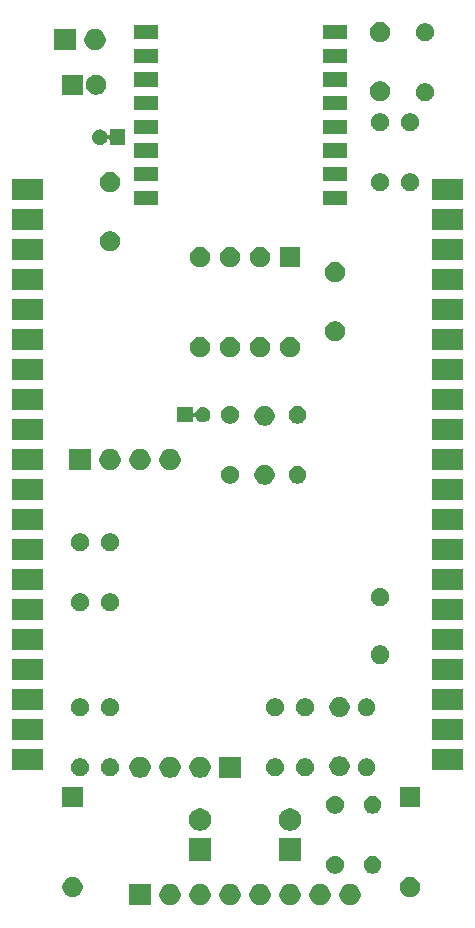
<source format=gbr>
G04 #@! TF.GenerationSoftware,KiCad,Pcbnew,(5.1.5)-3*
G04 #@! TF.CreationDate,2019-12-31T15:28:13-03:00*
G04 #@! TF.ProjectId,BoardNetMF1,426f6172-644e-4657-944d-46312e6b6963,rev?*
G04 #@! TF.SameCoordinates,Original*
G04 #@! TF.FileFunction,Soldermask,Bot*
G04 #@! TF.FilePolarity,Negative*
%FSLAX46Y46*%
G04 Gerber Fmt 4.6, Leading zero omitted, Abs format (unit mm)*
G04 Created by KiCad (PCBNEW (5.1.5)-3) date 2019-12-31 15:28:13*
%MOMM*%
%LPD*%
G04 APERTURE LIST*
%ADD10C,0.100000*%
G04 APERTURE END LIST*
D10*
G36*
X131076000Y-149491000D02*
G01*
X129274000Y-149491000D01*
X129274000Y-147689000D01*
X131076000Y-147689000D01*
X131076000Y-149491000D01*
G37*
G36*
X145528512Y-147693927D02*
G01*
X145677812Y-147723624D01*
X145841784Y-147791544D01*
X145989354Y-147890147D01*
X146114853Y-148015646D01*
X146213456Y-148163216D01*
X146281376Y-148327188D01*
X146316000Y-148501259D01*
X146316000Y-148678741D01*
X146281376Y-148852812D01*
X146213456Y-149016784D01*
X146114853Y-149164354D01*
X145989354Y-149289853D01*
X145841784Y-149388456D01*
X145677812Y-149456376D01*
X145528512Y-149486073D01*
X145503742Y-149491000D01*
X145326258Y-149491000D01*
X145301488Y-149486073D01*
X145152188Y-149456376D01*
X144988216Y-149388456D01*
X144840646Y-149289853D01*
X144715147Y-149164354D01*
X144616544Y-149016784D01*
X144548624Y-148852812D01*
X144514000Y-148678741D01*
X144514000Y-148501259D01*
X144548624Y-148327188D01*
X144616544Y-148163216D01*
X144715147Y-148015646D01*
X144840646Y-147890147D01*
X144988216Y-147791544D01*
X145152188Y-147723624D01*
X145301488Y-147693927D01*
X145326258Y-147689000D01*
X145503742Y-147689000D01*
X145528512Y-147693927D01*
G37*
G36*
X148068512Y-147693927D02*
G01*
X148217812Y-147723624D01*
X148381784Y-147791544D01*
X148529354Y-147890147D01*
X148654853Y-148015646D01*
X148753456Y-148163216D01*
X148821376Y-148327188D01*
X148856000Y-148501259D01*
X148856000Y-148678741D01*
X148821376Y-148852812D01*
X148753456Y-149016784D01*
X148654853Y-149164354D01*
X148529354Y-149289853D01*
X148381784Y-149388456D01*
X148217812Y-149456376D01*
X148068512Y-149486073D01*
X148043742Y-149491000D01*
X147866258Y-149491000D01*
X147841488Y-149486073D01*
X147692188Y-149456376D01*
X147528216Y-149388456D01*
X147380646Y-149289853D01*
X147255147Y-149164354D01*
X147156544Y-149016784D01*
X147088624Y-148852812D01*
X147054000Y-148678741D01*
X147054000Y-148501259D01*
X147088624Y-148327188D01*
X147156544Y-148163216D01*
X147255147Y-148015646D01*
X147380646Y-147890147D01*
X147528216Y-147791544D01*
X147692188Y-147723624D01*
X147841488Y-147693927D01*
X147866258Y-147689000D01*
X148043742Y-147689000D01*
X148068512Y-147693927D01*
G37*
G36*
X142988512Y-147693927D02*
G01*
X143137812Y-147723624D01*
X143301784Y-147791544D01*
X143449354Y-147890147D01*
X143574853Y-148015646D01*
X143673456Y-148163216D01*
X143741376Y-148327188D01*
X143776000Y-148501259D01*
X143776000Y-148678741D01*
X143741376Y-148852812D01*
X143673456Y-149016784D01*
X143574853Y-149164354D01*
X143449354Y-149289853D01*
X143301784Y-149388456D01*
X143137812Y-149456376D01*
X142988512Y-149486073D01*
X142963742Y-149491000D01*
X142786258Y-149491000D01*
X142761488Y-149486073D01*
X142612188Y-149456376D01*
X142448216Y-149388456D01*
X142300646Y-149289853D01*
X142175147Y-149164354D01*
X142076544Y-149016784D01*
X142008624Y-148852812D01*
X141974000Y-148678741D01*
X141974000Y-148501259D01*
X142008624Y-148327188D01*
X142076544Y-148163216D01*
X142175147Y-148015646D01*
X142300646Y-147890147D01*
X142448216Y-147791544D01*
X142612188Y-147723624D01*
X142761488Y-147693927D01*
X142786258Y-147689000D01*
X142963742Y-147689000D01*
X142988512Y-147693927D01*
G37*
G36*
X140448512Y-147693927D02*
G01*
X140597812Y-147723624D01*
X140761784Y-147791544D01*
X140909354Y-147890147D01*
X141034853Y-148015646D01*
X141133456Y-148163216D01*
X141201376Y-148327188D01*
X141236000Y-148501259D01*
X141236000Y-148678741D01*
X141201376Y-148852812D01*
X141133456Y-149016784D01*
X141034853Y-149164354D01*
X140909354Y-149289853D01*
X140761784Y-149388456D01*
X140597812Y-149456376D01*
X140448512Y-149486073D01*
X140423742Y-149491000D01*
X140246258Y-149491000D01*
X140221488Y-149486073D01*
X140072188Y-149456376D01*
X139908216Y-149388456D01*
X139760646Y-149289853D01*
X139635147Y-149164354D01*
X139536544Y-149016784D01*
X139468624Y-148852812D01*
X139434000Y-148678741D01*
X139434000Y-148501259D01*
X139468624Y-148327188D01*
X139536544Y-148163216D01*
X139635147Y-148015646D01*
X139760646Y-147890147D01*
X139908216Y-147791544D01*
X140072188Y-147723624D01*
X140221488Y-147693927D01*
X140246258Y-147689000D01*
X140423742Y-147689000D01*
X140448512Y-147693927D01*
G37*
G36*
X135368512Y-147693927D02*
G01*
X135517812Y-147723624D01*
X135681784Y-147791544D01*
X135829354Y-147890147D01*
X135954853Y-148015646D01*
X136053456Y-148163216D01*
X136121376Y-148327188D01*
X136156000Y-148501259D01*
X136156000Y-148678741D01*
X136121376Y-148852812D01*
X136053456Y-149016784D01*
X135954853Y-149164354D01*
X135829354Y-149289853D01*
X135681784Y-149388456D01*
X135517812Y-149456376D01*
X135368512Y-149486073D01*
X135343742Y-149491000D01*
X135166258Y-149491000D01*
X135141488Y-149486073D01*
X134992188Y-149456376D01*
X134828216Y-149388456D01*
X134680646Y-149289853D01*
X134555147Y-149164354D01*
X134456544Y-149016784D01*
X134388624Y-148852812D01*
X134354000Y-148678741D01*
X134354000Y-148501259D01*
X134388624Y-148327188D01*
X134456544Y-148163216D01*
X134555147Y-148015646D01*
X134680646Y-147890147D01*
X134828216Y-147791544D01*
X134992188Y-147723624D01*
X135141488Y-147693927D01*
X135166258Y-147689000D01*
X135343742Y-147689000D01*
X135368512Y-147693927D01*
G37*
G36*
X132828512Y-147693927D02*
G01*
X132977812Y-147723624D01*
X133141784Y-147791544D01*
X133289354Y-147890147D01*
X133414853Y-148015646D01*
X133513456Y-148163216D01*
X133581376Y-148327188D01*
X133616000Y-148501259D01*
X133616000Y-148678741D01*
X133581376Y-148852812D01*
X133513456Y-149016784D01*
X133414853Y-149164354D01*
X133289354Y-149289853D01*
X133141784Y-149388456D01*
X132977812Y-149456376D01*
X132828512Y-149486073D01*
X132803742Y-149491000D01*
X132626258Y-149491000D01*
X132601488Y-149486073D01*
X132452188Y-149456376D01*
X132288216Y-149388456D01*
X132140646Y-149289853D01*
X132015147Y-149164354D01*
X131916544Y-149016784D01*
X131848624Y-148852812D01*
X131814000Y-148678741D01*
X131814000Y-148501259D01*
X131848624Y-148327188D01*
X131916544Y-148163216D01*
X132015147Y-148015646D01*
X132140646Y-147890147D01*
X132288216Y-147791544D01*
X132452188Y-147723624D01*
X132601488Y-147693927D01*
X132626258Y-147689000D01*
X132803742Y-147689000D01*
X132828512Y-147693927D01*
G37*
G36*
X137908512Y-147693927D02*
G01*
X138057812Y-147723624D01*
X138221784Y-147791544D01*
X138369354Y-147890147D01*
X138494853Y-148015646D01*
X138593456Y-148163216D01*
X138661376Y-148327188D01*
X138696000Y-148501259D01*
X138696000Y-148678741D01*
X138661376Y-148852812D01*
X138593456Y-149016784D01*
X138494853Y-149164354D01*
X138369354Y-149289853D01*
X138221784Y-149388456D01*
X138057812Y-149456376D01*
X137908512Y-149486073D01*
X137883742Y-149491000D01*
X137706258Y-149491000D01*
X137681488Y-149486073D01*
X137532188Y-149456376D01*
X137368216Y-149388456D01*
X137220646Y-149289853D01*
X137095147Y-149164354D01*
X136996544Y-149016784D01*
X136928624Y-148852812D01*
X136894000Y-148678741D01*
X136894000Y-148501259D01*
X136928624Y-148327188D01*
X136996544Y-148163216D01*
X137095147Y-148015646D01*
X137220646Y-147890147D01*
X137368216Y-147791544D01*
X137532188Y-147723624D01*
X137681488Y-147693927D01*
X137706258Y-147689000D01*
X137883742Y-147689000D01*
X137908512Y-147693927D01*
G37*
G36*
X124708228Y-147136703D02*
G01*
X124863100Y-147200853D01*
X125002481Y-147293985D01*
X125121015Y-147412519D01*
X125214147Y-147551900D01*
X125278297Y-147706772D01*
X125311000Y-147871184D01*
X125311000Y-148038816D01*
X125278297Y-148203228D01*
X125214147Y-148358100D01*
X125121015Y-148497481D01*
X125002481Y-148616015D01*
X124863100Y-148709147D01*
X124708228Y-148773297D01*
X124543816Y-148806000D01*
X124376184Y-148806000D01*
X124211772Y-148773297D01*
X124056900Y-148709147D01*
X123917519Y-148616015D01*
X123798985Y-148497481D01*
X123705853Y-148358100D01*
X123641703Y-148203228D01*
X123609000Y-148038816D01*
X123609000Y-147871184D01*
X123641703Y-147706772D01*
X123705853Y-147551900D01*
X123798985Y-147412519D01*
X123917519Y-147293985D01*
X124056900Y-147200853D01*
X124211772Y-147136703D01*
X124376184Y-147104000D01*
X124543816Y-147104000D01*
X124708228Y-147136703D01*
G37*
G36*
X153283228Y-147136703D02*
G01*
X153438100Y-147200853D01*
X153577481Y-147293985D01*
X153696015Y-147412519D01*
X153789147Y-147551900D01*
X153853297Y-147706772D01*
X153886000Y-147871184D01*
X153886000Y-148038816D01*
X153853297Y-148203228D01*
X153789147Y-148358100D01*
X153696015Y-148497481D01*
X153577481Y-148616015D01*
X153438100Y-148709147D01*
X153283228Y-148773297D01*
X153118816Y-148806000D01*
X152951184Y-148806000D01*
X152786772Y-148773297D01*
X152631900Y-148709147D01*
X152492519Y-148616015D01*
X152373985Y-148497481D01*
X152280853Y-148358100D01*
X152216703Y-148203228D01*
X152184000Y-148038816D01*
X152184000Y-147871184D01*
X152216703Y-147706772D01*
X152280853Y-147551900D01*
X152373985Y-147412519D01*
X152492519Y-147293985D01*
X152631900Y-147200853D01*
X152786772Y-147136703D01*
X152951184Y-147104000D01*
X153118816Y-147104000D01*
X153283228Y-147136703D01*
G37*
G36*
X150079059Y-145327860D02*
G01*
X150215732Y-145384472D01*
X150338735Y-145466660D01*
X150443340Y-145571265D01*
X150525528Y-145694268D01*
X150582140Y-145830941D01*
X150611000Y-145976033D01*
X150611000Y-146123967D01*
X150582140Y-146269059D01*
X150525528Y-146405732D01*
X150443340Y-146528735D01*
X150338735Y-146633340D01*
X150215732Y-146715528D01*
X150215731Y-146715529D01*
X150215730Y-146715529D01*
X150079059Y-146772140D01*
X149933968Y-146801000D01*
X149786032Y-146801000D01*
X149640941Y-146772140D01*
X149504270Y-146715529D01*
X149504269Y-146715529D01*
X149504268Y-146715528D01*
X149381265Y-146633340D01*
X149276660Y-146528735D01*
X149194472Y-146405732D01*
X149137860Y-146269059D01*
X149109000Y-146123967D01*
X149109000Y-145976033D01*
X149137860Y-145830941D01*
X149194472Y-145694268D01*
X149276660Y-145571265D01*
X149381265Y-145466660D01*
X149504268Y-145384472D01*
X149640941Y-145327860D01*
X149786032Y-145299000D01*
X149933968Y-145299000D01*
X150079059Y-145327860D01*
G37*
G36*
X146904059Y-145327860D02*
G01*
X147040732Y-145384472D01*
X147163735Y-145466660D01*
X147268340Y-145571265D01*
X147350528Y-145694268D01*
X147407140Y-145830941D01*
X147436000Y-145976033D01*
X147436000Y-146123967D01*
X147407140Y-146269059D01*
X147350528Y-146405732D01*
X147268340Y-146528735D01*
X147163735Y-146633340D01*
X147040732Y-146715528D01*
X147040731Y-146715529D01*
X147040730Y-146715529D01*
X146904059Y-146772140D01*
X146758968Y-146801000D01*
X146611032Y-146801000D01*
X146465941Y-146772140D01*
X146329270Y-146715529D01*
X146329269Y-146715529D01*
X146329268Y-146715528D01*
X146206265Y-146633340D01*
X146101660Y-146528735D01*
X146019472Y-146405732D01*
X145962860Y-146269059D01*
X145934000Y-146123967D01*
X145934000Y-145976033D01*
X145962860Y-145830941D01*
X146019472Y-145694268D01*
X146101660Y-145571265D01*
X146206265Y-145466660D01*
X146329268Y-145384472D01*
X146465941Y-145327860D01*
X146611032Y-145299000D01*
X146758968Y-145299000D01*
X146904059Y-145327860D01*
G37*
G36*
X136206000Y-145731000D02*
G01*
X134304000Y-145731000D01*
X134304000Y-143829000D01*
X136206000Y-143829000D01*
X136206000Y-145731000D01*
G37*
G36*
X143826000Y-145731000D02*
G01*
X141924000Y-145731000D01*
X141924000Y-143829000D01*
X143826000Y-143829000D01*
X143826000Y-145731000D01*
G37*
G36*
X135532395Y-141325546D02*
G01*
X135705466Y-141397234D01*
X135705467Y-141397235D01*
X135861227Y-141501310D01*
X135993690Y-141633773D01*
X135994863Y-141635529D01*
X136097766Y-141789534D01*
X136169454Y-141962605D01*
X136206000Y-142146333D01*
X136206000Y-142333667D01*
X136169454Y-142517395D01*
X136097766Y-142690466D01*
X136097765Y-142690467D01*
X135993690Y-142846227D01*
X135861227Y-142978690D01*
X135782818Y-143031081D01*
X135705466Y-143082766D01*
X135532395Y-143154454D01*
X135348667Y-143191000D01*
X135161333Y-143191000D01*
X134977605Y-143154454D01*
X134804534Y-143082766D01*
X134727182Y-143031081D01*
X134648773Y-142978690D01*
X134516310Y-142846227D01*
X134412235Y-142690467D01*
X134412234Y-142690466D01*
X134340546Y-142517395D01*
X134304000Y-142333667D01*
X134304000Y-142146333D01*
X134340546Y-141962605D01*
X134412234Y-141789534D01*
X134515137Y-141635529D01*
X134516310Y-141633773D01*
X134648773Y-141501310D01*
X134804533Y-141397235D01*
X134804534Y-141397234D01*
X134977605Y-141325546D01*
X135161333Y-141289000D01*
X135348667Y-141289000D01*
X135532395Y-141325546D01*
G37*
G36*
X143152395Y-141325546D02*
G01*
X143325466Y-141397234D01*
X143325467Y-141397235D01*
X143481227Y-141501310D01*
X143613690Y-141633773D01*
X143614863Y-141635529D01*
X143717766Y-141789534D01*
X143789454Y-141962605D01*
X143826000Y-142146333D01*
X143826000Y-142333667D01*
X143789454Y-142517395D01*
X143717766Y-142690466D01*
X143717765Y-142690467D01*
X143613690Y-142846227D01*
X143481227Y-142978690D01*
X143402818Y-143031081D01*
X143325466Y-143082766D01*
X143152395Y-143154454D01*
X142968667Y-143191000D01*
X142781333Y-143191000D01*
X142597605Y-143154454D01*
X142424534Y-143082766D01*
X142347182Y-143031081D01*
X142268773Y-142978690D01*
X142136310Y-142846227D01*
X142032235Y-142690467D01*
X142032234Y-142690466D01*
X141960546Y-142517395D01*
X141924000Y-142333667D01*
X141924000Y-142146333D01*
X141960546Y-141962605D01*
X142032234Y-141789534D01*
X142135137Y-141635529D01*
X142136310Y-141633773D01*
X142268773Y-141501310D01*
X142424533Y-141397235D01*
X142424534Y-141397234D01*
X142597605Y-141325546D01*
X142781333Y-141289000D01*
X142968667Y-141289000D01*
X143152395Y-141325546D01*
G37*
G36*
X146904059Y-140247860D02*
G01*
X147040732Y-140304472D01*
X147163735Y-140386660D01*
X147268340Y-140491265D01*
X147350528Y-140614268D01*
X147407140Y-140750941D01*
X147436000Y-140896033D01*
X147436000Y-141043967D01*
X147407140Y-141189059D01*
X147350528Y-141325732D01*
X147268340Y-141448735D01*
X147163735Y-141553340D01*
X147040732Y-141635528D01*
X147040731Y-141635529D01*
X147040730Y-141635529D01*
X146904059Y-141692140D01*
X146758968Y-141721000D01*
X146611032Y-141721000D01*
X146465941Y-141692140D01*
X146329270Y-141635529D01*
X146329269Y-141635529D01*
X146329268Y-141635528D01*
X146206265Y-141553340D01*
X146101660Y-141448735D01*
X146019472Y-141325732D01*
X145962860Y-141189059D01*
X145934000Y-141043967D01*
X145934000Y-140896033D01*
X145962860Y-140750941D01*
X146019472Y-140614268D01*
X146101660Y-140491265D01*
X146206265Y-140386660D01*
X146329268Y-140304472D01*
X146465941Y-140247860D01*
X146611032Y-140219000D01*
X146758968Y-140219000D01*
X146904059Y-140247860D01*
G37*
G36*
X150079059Y-140247860D02*
G01*
X150215732Y-140304472D01*
X150338735Y-140386660D01*
X150443340Y-140491265D01*
X150525528Y-140614268D01*
X150582140Y-140750941D01*
X150611000Y-140896033D01*
X150611000Y-141043967D01*
X150582140Y-141189059D01*
X150525528Y-141325732D01*
X150443340Y-141448735D01*
X150338735Y-141553340D01*
X150215732Y-141635528D01*
X150215731Y-141635529D01*
X150215730Y-141635529D01*
X150079059Y-141692140D01*
X149933968Y-141721000D01*
X149786032Y-141721000D01*
X149640941Y-141692140D01*
X149504270Y-141635529D01*
X149504269Y-141635529D01*
X149504268Y-141635528D01*
X149381265Y-141553340D01*
X149276660Y-141448735D01*
X149194472Y-141325732D01*
X149137860Y-141189059D01*
X149109000Y-141043967D01*
X149109000Y-140896033D01*
X149137860Y-140750941D01*
X149194472Y-140614268D01*
X149276660Y-140491265D01*
X149381265Y-140386660D01*
X149504268Y-140304472D01*
X149640941Y-140247860D01*
X149786032Y-140219000D01*
X149933968Y-140219000D01*
X150079059Y-140247860D01*
G37*
G36*
X153886000Y-141186000D02*
G01*
X152184000Y-141186000D01*
X152184000Y-139484000D01*
X153886000Y-139484000D01*
X153886000Y-141186000D01*
G37*
G36*
X125311000Y-141186000D02*
G01*
X123609000Y-141186000D01*
X123609000Y-139484000D01*
X125311000Y-139484000D01*
X125311000Y-141186000D01*
G37*
G36*
X132828512Y-136898927D02*
G01*
X132977812Y-136928624D01*
X133141784Y-136996544D01*
X133289354Y-137095147D01*
X133414853Y-137220646D01*
X133513456Y-137368216D01*
X133581376Y-137532188D01*
X133616000Y-137706259D01*
X133616000Y-137883741D01*
X133581376Y-138057812D01*
X133513456Y-138221784D01*
X133414853Y-138369354D01*
X133289354Y-138494853D01*
X133141784Y-138593456D01*
X132977812Y-138661376D01*
X132828512Y-138691073D01*
X132803742Y-138696000D01*
X132626258Y-138696000D01*
X132601488Y-138691073D01*
X132452188Y-138661376D01*
X132288216Y-138593456D01*
X132140646Y-138494853D01*
X132015147Y-138369354D01*
X131916544Y-138221784D01*
X131848624Y-138057812D01*
X131814000Y-137883741D01*
X131814000Y-137706259D01*
X131848624Y-137532188D01*
X131916544Y-137368216D01*
X132015147Y-137220646D01*
X132140646Y-137095147D01*
X132288216Y-136996544D01*
X132452188Y-136928624D01*
X132601488Y-136898927D01*
X132626258Y-136894000D01*
X132803742Y-136894000D01*
X132828512Y-136898927D01*
G37*
G36*
X138696000Y-138696000D02*
G01*
X136894000Y-138696000D01*
X136894000Y-136894000D01*
X138696000Y-136894000D01*
X138696000Y-138696000D01*
G37*
G36*
X130288512Y-136898927D02*
G01*
X130437812Y-136928624D01*
X130601784Y-136996544D01*
X130749354Y-137095147D01*
X130874853Y-137220646D01*
X130973456Y-137368216D01*
X131041376Y-137532188D01*
X131076000Y-137706259D01*
X131076000Y-137883741D01*
X131041376Y-138057812D01*
X130973456Y-138221784D01*
X130874853Y-138369354D01*
X130749354Y-138494853D01*
X130601784Y-138593456D01*
X130437812Y-138661376D01*
X130288512Y-138691073D01*
X130263742Y-138696000D01*
X130086258Y-138696000D01*
X130061488Y-138691073D01*
X129912188Y-138661376D01*
X129748216Y-138593456D01*
X129600646Y-138494853D01*
X129475147Y-138369354D01*
X129376544Y-138221784D01*
X129308624Y-138057812D01*
X129274000Y-137883741D01*
X129274000Y-137706259D01*
X129308624Y-137532188D01*
X129376544Y-137368216D01*
X129475147Y-137220646D01*
X129600646Y-137095147D01*
X129748216Y-136996544D01*
X129912188Y-136928624D01*
X130061488Y-136898927D01*
X130086258Y-136894000D01*
X130263742Y-136894000D01*
X130288512Y-136898927D01*
G37*
G36*
X135368512Y-136898927D02*
G01*
X135517812Y-136928624D01*
X135681784Y-136996544D01*
X135829354Y-137095147D01*
X135954853Y-137220646D01*
X136053456Y-137368216D01*
X136121376Y-137532188D01*
X136156000Y-137706259D01*
X136156000Y-137883741D01*
X136121376Y-138057812D01*
X136053456Y-138221784D01*
X135954853Y-138369354D01*
X135829354Y-138494853D01*
X135681784Y-138593456D01*
X135517812Y-138661376D01*
X135368512Y-138691073D01*
X135343742Y-138696000D01*
X135166258Y-138696000D01*
X135141488Y-138691073D01*
X134992188Y-138661376D01*
X134828216Y-138593456D01*
X134680646Y-138494853D01*
X134555147Y-138369354D01*
X134456544Y-138221784D01*
X134388624Y-138057812D01*
X134354000Y-137883741D01*
X134354000Y-137706259D01*
X134388624Y-137532188D01*
X134456544Y-137368216D01*
X134555147Y-137220646D01*
X134680646Y-137095147D01*
X134828216Y-136996544D01*
X134992188Y-136928624D01*
X135141488Y-136898927D01*
X135166258Y-136894000D01*
X135343742Y-136894000D01*
X135368512Y-136898927D01*
G37*
G36*
X147314228Y-136896703D02*
G01*
X147469100Y-136960853D01*
X147608481Y-137053985D01*
X147727015Y-137172519D01*
X147820147Y-137311900D01*
X147884297Y-137466772D01*
X147917000Y-137631184D01*
X147917000Y-137798816D01*
X147884297Y-137963228D01*
X147820147Y-138118100D01*
X147727015Y-138257481D01*
X147608481Y-138376015D01*
X147469100Y-138469147D01*
X147314228Y-138533297D01*
X147149816Y-138566000D01*
X146982184Y-138566000D01*
X146817772Y-138533297D01*
X146662900Y-138469147D01*
X146523519Y-138376015D01*
X146404985Y-138257481D01*
X146311853Y-138118100D01*
X146247703Y-137963228D01*
X146215000Y-137798816D01*
X146215000Y-137631184D01*
X146247703Y-137466772D01*
X146311853Y-137311900D01*
X146404985Y-137172519D01*
X146523519Y-137053985D01*
X146662900Y-136960853D01*
X146817772Y-136896703D01*
X146982184Y-136864000D01*
X147149816Y-136864000D01*
X147314228Y-136896703D01*
G37*
G36*
X127854059Y-137072860D02*
G01*
X127907865Y-137095147D01*
X127990732Y-137129472D01*
X128113735Y-137211660D01*
X128218340Y-137316265D01*
X128253054Y-137368218D01*
X128300529Y-137439270D01*
X128357140Y-137575941D01*
X128386000Y-137721032D01*
X128386000Y-137868968D01*
X128383061Y-137883742D01*
X128357140Y-138014059D01*
X128300528Y-138150732D01*
X128218340Y-138273735D01*
X128113735Y-138378340D01*
X127990732Y-138460528D01*
X127990731Y-138460529D01*
X127990730Y-138460529D01*
X127854059Y-138517140D01*
X127708968Y-138546000D01*
X127561032Y-138546000D01*
X127415941Y-138517140D01*
X127279270Y-138460529D01*
X127279269Y-138460529D01*
X127279268Y-138460528D01*
X127156265Y-138378340D01*
X127051660Y-138273735D01*
X126969472Y-138150732D01*
X126912860Y-138014059D01*
X126886939Y-137883742D01*
X126884000Y-137868968D01*
X126884000Y-137721032D01*
X126912860Y-137575941D01*
X126969471Y-137439270D01*
X127016946Y-137368218D01*
X127051660Y-137316265D01*
X127156265Y-137211660D01*
X127279268Y-137129472D01*
X127362136Y-137095147D01*
X127415941Y-137072860D01*
X127561032Y-137044000D01*
X127708968Y-137044000D01*
X127854059Y-137072860D01*
G37*
G36*
X141824059Y-137072860D02*
G01*
X141877865Y-137095147D01*
X141960732Y-137129472D01*
X142083735Y-137211660D01*
X142188340Y-137316265D01*
X142223054Y-137368218D01*
X142270529Y-137439270D01*
X142327140Y-137575941D01*
X142356000Y-137721032D01*
X142356000Y-137868968D01*
X142353061Y-137883742D01*
X142327140Y-138014059D01*
X142270528Y-138150732D01*
X142188340Y-138273735D01*
X142083735Y-138378340D01*
X141960732Y-138460528D01*
X141960731Y-138460529D01*
X141960730Y-138460529D01*
X141824059Y-138517140D01*
X141678968Y-138546000D01*
X141531032Y-138546000D01*
X141385941Y-138517140D01*
X141249270Y-138460529D01*
X141249269Y-138460529D01*
X141249268Y-138460528D01*
X141126265Y-138378340D01*
X141021660Y-138273735D01*
X140939472Y-138150732D01*
X140882860Y-138014059D01*
X140856939Y-137883742D01*
X140854000Y-137868968D01*
X140854000Y-137721032D01*
X140882860Y-137575941D01*
X140939471Y-137439270D01*
X140986946Y-137368218D01*
X141021660Y-137316265D01*
X141126265Y-137211660D01*
X141249268Y-137129472D01*
X141332136Y-137095147D01*
X141385941Y-137072860D01*
X141531032Y-137044000D01*
X141678968Y-137044000D01*
X141824059Y-137072860D01*
G37*
G36*
X125314059Y-137072860D02*
G01*
X125367865Y-137095147D01*
X125450732Y-137129472D01*
X125573735Y-137211660D01*
X125678340Y-137316265D01*
X125713054Y-137368218D01*
X125760529Y-137439270D01*
X125817140Y-137575941D01*
X125846000Y-137721032D01*
X125846000Y-137868968D01*
X125843061Y-137883742D01*
X125817140Y-138014059D01*
X125760528Y-138150732D01*
X125678340Y-138273735D01*
X125573735Y-138378340D01*
X125450732Y-138460528D01*
X125450731Y-138460529D01*
X125450730Y-138460529D01*
X125314059Y-138517140D01*
X125168968Y-138546000D01*
X125021032Y-138546000D01*
X124875941Y-138517140D01*
X124739270Y-138460529D01*
X124739269Y-138460529D01*
X124739268Y-138460528D01*
X124616265Y-138378340D01*
X124511660Y-138273735D01*
X124429472Y-138150732D01*
X124372860Y-138014059D01*
X124346939Y-137883742D01*
X124344000Y-137868968D01*
X124344000Y-137721032D01*
X124372860Y-137575941D01*
X124429471Y-137439270D01*
X124476946Y-137368218D01*
X124511660Y-137316265D01*
X124616265Y-137211660D01*
X124739268Y-137129472D01*
X124822136Y-137095147D01*
X124875941Y-137072860D01*
X125021032Y-137044000D01*
X125168968Y-137044000D01*
X125314059Y-137072860D01*
G37*
G36*
X144364059Y-137072860D02*
G01*
X144417865Y-137095147D01*
X144500732Y-137129472D01*
X144623735Y-137211660D01*
X144728340Y-137316265D01*
X144763054Y-137368218D01*
X144810529Y-137439270D01*
X144867140Y-137575941D01*
X144896000Y-137721032D01*
X144896000Y-137868968D01*
X144893061Y-137883742D01*
X144867140Y-138014059D01*
X144810528Y-138150732D01*
X144728340Y-138273735D01*
X144623735Y-138378340D01*
X144500732Y-138460528D01*
X144500731Y-138460529D01*
X144500730Y-138460529D01*
X144364059Y-138517140D01*
X144218968Y-138546000D01*
X144071032Y-138546000D01*
X143925941Y-138517140D01*
X143789270Y-138460529D01*
X143789269Y-138460529D01*
X143789268Y-138460528D01*
X143666265Y-138378340D01*
X143561660Y-138273735D01*
X143479472Y-138150732D01*
X143422860Y-138014059D01*
X143396939Y-137883742D01*
X143394000Y-137868968D01*
X143394000Y-137721032D01*
X143422860Y-137575941D01*
X143479471Y-137439270D01*
X143526946Y-137368218D01*
X143561660Y-137316265D01*
X143666265Y-137211660D01*
X143789268Y-137129472D01*
X143872136Y-137095147D01*
X143925941Y-137072860D01*
X144071032Y-137044000D01*
X144218968Y-137044000D01*
X144364059Y-137072860D01*
G37*
G36*
X149571059Y-137072860D02*
G01*
X149624865Y-137095147D01*
X149707732Y-137129472D01*
X149830735Y-137211660D01*
X149935340Y-137316265D01*
X149970054Y-137368218D01*
X150017529Y-137439270D01*
X150074140Y-137575941D01*
X150103000Y-137721032D01*
X150103000Y-137868968D01*
X150100061Y-137883742D01*
X150074140Y-138014059D01*
X150017528Y-138150732D01*
X149935340Y-138273735D01*
X149830735Y-138378340D01*
X149707732Y-138460528D01*
X149707731Y-138460529D01*
X149707730Y-138460529D01*
X149571059Y-138517140D01*
X149425968Y-138546000D01*
X149278032Y-138546000D01*
X149132941Y-138517140D01*
X148996270Y-138460529D01*
X148996269Y-138460529D01*
X148996268Y-138460528D01*
X148873265Y-138378340D01*
X148768660Y-138273735D01*
X148686472Y-138150732D01*
X148629860Y-138014059D01*
X148603939Y-137883742D01*
X148601000Y-137868968D01*
X148601000Y-137721032D01*
X148629860Y-137575941D01*
X148686471Y-137439270D01*
X148733946Y-137368218D01*
X148768660Y-137316265D01*
X148873265Y-137211660D01*
X148996268Y-137129472D01*
X149079136Y-137095147D01*
X149132941Y-137072860D01*
X149278032Y-137044000D01*
X149425968Y-137044000D01*
X149571059Y-137072860D01*
G37*
G36*
X157531000Y-138061000D02*
G01*
X154889000Y-138061000D01*
X154889000Y-136259000D01*
X157531000Y-136259000D01*
X157531000Y-138061000D01*
G37*
G36*
X121971000Y-138061000D02*
G01*
X119329000Y-138061000D01*
X119329000Y-136259000D01*
X121971000Y-136259000D01*
X121971000Y-138061000D01*
G37*
G36*
X121971000Y-135521000D02*
G01*
X119329000Y-135521000D01*
X119329000Y-133719000D01*
X121971000Y-133719000D01*
X121971000Y-135521000D01*
G37*
G36*
X157531000Y-135521000D02*
G01*
X154889000Y-135521000D01*
X154889000Y-133719000D01*
X157531000Y-133719000D01*
X157531000Y-135521000D01*
G37*
G36*
X147314228Y-131896703D02*
G01*
X147469100Y-131960853D01*
X147608481Y-132053985D01*
X147727015Y-132172519D01*
X147820147Y-132311900D01*
X147884297Y-132466772D01*
X147917000Y-132631184D01*
X147917000Y-132798816D01*
X147884297Y-132963228D01*
X147820147Y-133118100D01*
X147727015Y-133257481D01*
X147608481Y-133376015D01*
X147469100Y-133469147D01*
X147314228Y-133533297D01*
X147149816Y-133566000D01*
X146982184Y-133566000D01*
X146817772Y-133533297D01*
X146662900Y-133469147D01*
X146523519Y-133376015D01*
X146404985Y-133257481D01*
X146311853Y-133118100D01*
X146247703Y-132963228D01*
X146215000Y-132798816D01*
X146215000Y-132631184D01*
X146247703Y-132466772D01*
X146311853Y-132311900D01*
X146404985Y-132172519D01*
X146523519Y-132053985D01*
X146662900Y-131960853D01*
X146817772Y-131896703D01*
X146982184Y-131864000D01*
X147149816Y-131864000D01*
X147314228Y-131896703D01*
G37*
G36*
X141824059Y-131992860D02*
G01*
X141960732Y-132049472D01*
X142083735Y-132131660D01*
X142188340Y-132236265D01*
X142270528Y-132359268D01*
X142327140Y-132495941D01*
X142356000Y-132641033D01*
X142356000Y-132788967D01*
X142327140Y-132934059D01*
X142270528Y-133070732D01*
X142188340Y-133193735D01*
X142083735Y-133298340D01*
X141960732Y-133380528D01*
X141960731Y-133380529D01*
X141960730Y-133380529D01*
X141824059Y-133437140D01*
X141678968Y-133466000D01*
X141531032Y-133466000D01*
X141385941Y-133437140D01*
X141249270Y-133380529D01*
X141249269Y-133380529D01*
X141249268Y-133380528D01*
X141126265Y-133298340D01*
X141021660Y-133193735D01*
X140939472Y-133070732D01*
X140882860Y-132934059D01*
X140854000Y-132788967D01*
X140854000Y-132641033D01*
X140882860Y-132495941D01*
X140939472Y-132359268D01*
X141021660Y-132236265D01*
X141126265Y-132131660D01*
X141249268Y-132049472D01*
X141385941Y-131992860D01*
X141531032Y-131964000D01*
X141678968Y-131964000D01*
X141824059Y-131992860D01*
G37*
G36*
X144364059Y-131992860D02*
G01*
X144500732Y-132049472D01*
X144623735Y-132131660D01*
X144728340Y-132236265D01*
X144810528Y-132359268D01*
X144867140Y-132495941D01*
X144896000Y-132641033D01*
X144896000Y-132788967D01*
X144867140Y-132934059D01*
X144810528Y-133070732D01*
X144728340Y-133193735D01*
X144623735Y-133298340D01*
X144500732Y-133380528D01*
X144500731Y-133380529D01*
X144500730Y-133380529D01*
X144364059Y-133437140D01*
X144218968Y-133466000D01*
X144071032Y-133466000D01*
X143925941Y-133437140D01*
X143789270Y-133380529D01*
X143789269Y-133380529D01*
X143789268Y-133380528D01*
X143666265Y-133298340D01*
X143561660Y-133193735D01*
X143479472Y-133070732D01*
X143422860Y-132934059D01*
X143394000Y-132788967D01*
X143394000Y-132641033D01*
X143422860Y-132495941D01*
X143479472Y-132359268D01*
X143561660Y-132236265D01*
X143666265Y-132131660D01*
X143789268Y-132049472D01*
X143925941Y-131992860D01*
X144071032Y-131964000D01*
X144218968Y-131964000D01*
X144364059Y-131992860D01*
G37*
G36*
X149571059Y-131992860D02*
G01*
X149707732Y-132049472D01*
X149830735Y-132131660D01*
X149935340Y-132236265D01*
X150017528Y-132359268D01*
X150074140Y-132495941D01*
X150103000Y-132641033D01*
X150103000Y-132788967D01*
X150074140Y-132934059D01*
X150017528Y-133070732D01*
X149935340Y-133193735D01*
X149830735Y-133298340D01*
X149707732Y-133380528D01*
X149707731Y-133380529D01*
X149707730Y-133380529D01*
X149571059Y-133437140D01*
X149425968Y-133466000D01*
X149278032Y-133466000D01*
X149132941Y-133437140D01*
X148996270Y-133380529D01*
X148996269Y-133380529D01*
X148996268Y-133380528D01*
X148873265Y-133298340D01*
X148768660Y-133193735D01*
X148686472Y-133070732D01*
X148629860Y-132934059D01*
X148601000Y-132788967D01*
X148601000Y-132641033D01*
X148629860Y-132495941D01*
X148686472Y-132359268D01*
X148768660Y-132236265D01*
X148873265Y-132131660D01*
X148996268Y-132049472D01*
X149132941Y-131992860D01*
X149278032Y-131964000D01*
X149425968Y-131964000D01*
X149571059Y-131992860D01*
G37*
G36*
X125314059Y-131992860D02*
G01*
X125450732Y-132049472D01*
X125573735Y-132131660D01*
X125678340Y-132236265D01*
X125760528Y-132359268D01*
X125817140Y-132495941D01*
X125846000Y-132641033D01*
X125846000Y-132788967D01*
X125817140Y-132934059D01*
X125760528Y-133070732D01*
X125678340Y-133193735D01*
X125573735Y-133298340D01*
X125450732Y-133380528D01*
X125450731Y-133380529D01*
X125450730Y-133380529D01*
X125314059Y-133437140D01*
X125168968Y-133466000D01*
X125021032Y-133466000D01*
X124875941Y-133437140D01*
X124739270Y-133380529D01*
X124739269Y-133380529D01*
X124739268Y-133380528D01*
X124616265Y-133298340D01*
X124511660Y-133193735D01*
X124429472Y-133070732D01*
X124372860Y-132934059D01*
X124344000Y-132788967D01*
X124344000Y-132641033D01*
X124372860Y-132495941D01*
X124429472Y-132359268D01*
X124511660Y-132236265D01*
X124616265Y-132131660D01*
X124739268Y-132049472D01*
X124875941Y-131992860D01*
X125021032Y-131964000D01*
X125168968Y-131964000D01*
X125314059Y-131992860D01*
G37*
G36*
X127854059Y-131992860D02*
G01*
X127990732Y-132049472D01*
X128113735Y-132131660D01*
X128218340Y-132236265D01*
X128300528Y-132359268D01*
X128357140Y-132495941D01*
X128386000Y-132641033D01*
X128386000Y-132788967D01*
X128357140Y-132934059D01*
X128300528Y-133070732D01*
X128218340Y-133193735D01*
X128113735Y-133298340D01*
X127990732Y-133380528D01*
X127990731Y-133380529D01*
X127990730Y-133380529D01*
X127854059Y-133437140D01*
X127708968Y-133466000D01*
X127561032Y-133466000D01*
X127415941Y-133437140D01*
X127279270Y-133380529D01*
X127279269Y-133380529D01*
X127279268Y-133380528D01*
X127156265Y-133298340D01*
X127051660Y-133193735D01*
X126969472Y-133070732D01*
X126912860Y-132934059D01*
X126884000Y-132788967D01*
X126884000Y-132641033D01*
X126912860Y-132495941D01*
X126969472Y-132359268D01*
X127051660Y-132236265D01*
X127156265Y-132131660D01*
X127279268Y-132049472D01*
X127415941Y-131992860D01*
X127561032Y-131964000D01*
X127708968Y-131964000D01*
X127854059Y-131992860D01*
G37*
G36*
X157531000Y-132981000D02*
G01*
X154889000Y-132981000D01*
X154889000Y-131179000D01*
X157531000Y-131179000D01*
X157531000Y-132981000D01*
G37*
G36*
X121971000Y-132981000D02*
G01*
X119329000Y-132981000D01*
X119329000Y-131179000D01*
X121971000Y-131179000D01*
X121971000Y-132981000D01*
G37*
G36*
X121971000Y-130441000D02*
G01*
X119329000Y-130441000D01*
X119329000Y-128639000D01*
X121971000Y-128639000D01*
X121971000Y-130441000D01*
G37*
G36*
X157531000Y-130441000D02*
G01*
X154889000Y-130441000D01*
X154889000Y-128639000D01*
X157531000Y-128639000D01*
X157531000Y-130441000D01*
G37*
G36*
X150728642Y-127499781D02*
G01*
X150874414Y-127560162D01*
X150874416Y-127560163D01*
X151005608Y-127647822D01*
X151117178Y-127759392D01*
X151204837Y-127890584D01*
X151204838Y-127890586D01*
X151265219Y-128036358D01*
X151296000Y-128191107D01*
X151296000Y-128348893D01*
X151265219Y-128503642D01*
X151204838Y-128649414D01*
X151204837Y-128649416D01*
X151117178Y-128780608D01*
X151005608Y-128892178D01*
X150874416Y-128979837D01*
X150874415Y-128979838D01*
X150874414Y-128979838D01*
X150728642Y-129040219D01*
X150573893Y-129071000D01*
X150416107Y-129071000D01*
X150261358Y-129040219D01*
X150115586Y-128979838D01*
X150115585Y-128979838D01*
X150115584Y-128979837D01*
X149984392Y-128892178D01*
X149872822Y-128780608D01*
X149785163Y-128649416D01*
X149785162Y-128649414D01*
X149724781Y-128503642D01*
X149694000Y-128348893D01*
X149694000Y-128191107D01*
X149724781Y-128036358D01*
X149785162Y-127890586D01*
X149785163Y-127890584D01*
X149872822Y-127759392D01*
X149984392Y-127647822D01*
X150115584Y-127560163D01*
X150115586Y-127560162D01*
X150261358Y-127499781D01*
X150416107Y-127469000D01*
X150573893Y-127469000D01*
X150728642Y-127499781D01*
G37*
G36*
X157531000Y-127901000D02*
G01*
X154889000Y-127901000D01*
X154889000Y-126099000D01*
X157531000Y-126099000D01*
X157531000Y-127901000D01*
G37*
G36*
X121971000Y-127901000D02*
G01*
X119329000Y-127901000D01*
X119329000Y-126099000D01*
X121971000Y-126099000D01*
X121971000Y-127901000D01*
G37*
G36*
X157531000Y-125361000D02*
G01*
X154889000Y-125361000D01*
X154889000Y-123559000D01*
X157531000Y-123559000D01*
X157531000Y-125361000D01*
G37*
G36*
X121971000Y-125361000D02*
G01*
X119329000Y-125361000D01*
X119329000Y-123559000D01*
X121971000Y-123559000D01*
X121971000Y-125361000D01*
G37*
G36*
X127854059Y-123102860D02*
G01*
X127983215Y-123156358D01*
X127990732Y-123159472D01*
X128113735Y-123241660D01*
X128218340Y-123346265D01*
X128300528Y-123469268D01*
X128357140Y-123605941D01*
X128386000Y-123751033D01*
X128386000Y-123898967D01*
X128357140Y-124044059D01*
X128300528Y-124180732D01*
X128218340Y-124303735D01*
X128113735Y-124408340D01*
X127990732Y-124490528D01*
X127990731Y-124490529D01*
X127990730Y-124490529D01*
X127854059Y-124547140D01*
X127708968Y-124576000D01*
X127561032Y-124576000D01*
X127415941Y-124547140D01*
X127279270Y-124490529D01*
X127279269Y-124490529D01*
X127279268Y-124490528D01*
X127156265Y-124408340D01*
X127051660Y-124303735D01*
X126969472Y-124180732D01*
X126912860Y-124044059D01*
X126884000Y-123898967D01*
X126884000Y-123751033D01*
X126912860Y-123605941D01*
X126969472Y-123469268D01*
X127051660Y-123346265D01*
X127156265Y-123241660D01*
X127279268Y-123159472D01*
X127286786Y-123156358D01*
X127415941Y-123102860D01*
X127561032Y-123074000D01*
X127708968Y-123074000D01*
X127854059Y-123102860D01*
G37*
G36*
X125314059Y-123102860D02*
G01*
X125443215Y-123156358D01*
X125450732Y-123159472D01*
X125573735Y-123241660D01*
X125678340Y-123346265D01*
X125760528Y-123469268D01*
X125817140Y-123605941D01*
X125846000Y-123751033D01*
X125846000Y-123898967D01*
X125817140Y-124044059D01*
X125760528Y-124180732D01*
X125678340Y-124303735D01*
X125573735Y-124408340D01*
X125450732Y-124490528D01*
X125450731Y-124490529D01*
X125450730Y-124490529D01*
X125314059Y-124547140D01*
X125168968Y-124576000D01*
X125021032Y-124576000D01*
X124875941Y-124547140D01*
X124739270Y-124490529D01*
X124739269Y-124490529D01*
X124739268Y-124490528D01*
X124616265Y-124408340D01*
X124511660Y-124303735D01*
X124429472Y-124180732D01*
X124372860Y-124044059D01*
X124344000Y-123898967D01*
X124344000Y-123751033D01*
X124372860Y-123605941D01*
X124429472Y-123469268D01*
X124511660Y-123346265D01*
X124616265Y-123241660D01*
X124739268Y-123159472D01*
X124746786Y-123156358D01*
X124875941Y-123102860D01*
X125021032Y-123074000D01*
X125168968Y-123074000D01*
X125314059Y-123102860D01*
G37*
G36*
X150728642Y-122619781D02*
G01*
X150874414Y-122680162D01*
X150874416Y-122680163D01*
X151005608Y-122767822D01*
X151117178Y-122879392D01*
X151204837Y-123010584D01*
X151204838Y-123010586D01*
X151265219Y-123156358D01*
X151296000Y-123311107D01*
X151296000Y-123468893D01*
X151265219Y-123623642D01*
X151204838Y-123769414D01*
X151204837Y-123769416D01*
X151117178Y-123900608D01*
X151005608Y-124012178D01*
X150874416Y-124099837D01*
X150874415Y-124099838D01*
X150874414Y-124099838D01*
X150728642Y-124160219D01*
X150573893Y-124191000D01*
X150416107Y-124191000D01*
X150261358Y-124160219D01*
X150115586Y-124099838D01*
X150115585Y-124099838D01*
X150115584Y-124099837D01*
X149984392Y-124012178D01*
X149872822Y-123900608D01*
X149785163Y-123769416D01*
X149785162Y-123769414D01*
X149724781Y-123623642D01*
X149694000Y-123468893D01*
X149694000Y-123311107D01*
X149724781Y-123156358D01*
X149785162Y-123010586D01*
X149785163Y-123010584D01*
X149872822Y-122879392D01*
X149984392Y-122767822D01*
X150115584Y-122680163D01*
X150115586Y-122680162D01*
X150261358Y-122619781D01*
X150416107Y-122589000D01*
X150573893Y-122589000D01*
X150728642Y-122619781D01*
G37*
G36*
X121971000Y-122821000D02*
G01*
X119329000Y-122821000D01*
X119329000Y-121019000D01*
X121971000Y-121019000D01*
X121971000Y-122821000D01*
G37*
G36*
X157531000Y-122821000D02*
G01*
X154889000Y-122821000D01*
X154889000Y-121019000D01*
X157531000Y-121019000D01*
X157531000Y-122821000D01*
G37*
G36*
X121971000Y-120281000D02*
G01*
X119329000Y-120281000D01*
X119329000Y-118479000D01*
X121971000Y-118479000D01*
X121971000Y-120281000D01*
G37*
G36*
X157531000Y-120281000D02*
G01*
X154889000Y-120281000D01*
X154889000Y-118479000D01*
X157531000Y-118479000D01*
X157531000Y-120281000D01*
G37*
G36*
X125314059Y-118022860D02*
G01*
X125450732Y-118079472D01*
X125573735Y-118161660D01*
X125678340Y-118266265D01*
X125760528Y-118389268D01*
X125817140Y-118525941D01*
X125846000Y-118671033D01*
X125846000Y-118818967D01*
X125817140Y-118964059D01*
X125760528Y-119100732D01*
X125678340Y-119223735D01*
X125573735Y-119328340D01*
X125450732Y-119410528D01*
X125450731Y-119410529D01*
X125450730Y-119410529D01*
X125314059Y-119467140D01*
X125168968Y-119496000D01*
X125021032Y-119496000D01*
X124875941Y-119467140D01*
X124739270Y-119410529D01*
X124739269Y-119410529D01*
X124739268Y-119410528D01*
X124616265Y-119328340D01*
X124511660Y-119223735D01*
X124429472Y-119100732D01*
X124372860Y-118964059D01*
X124344000Y-118818967D01*
X124344000Y-118671033D01*
X124372860Y-118525941D01*
X124429472Y-118389268D01*
X124511660Y-118266265D01*
X124616265Y-118161660D01*
X124739268Y-118079472D01*
X124875941Y-118022860D01*
X125021032Y-117994000D01*
X125168968Y-117994000D01*
X125314059Y-118022860D01*
G37*
G36*
X127854059Y-118022860D02*
G01*
X127990732Y-118079472D01*
X128113735Y-118161660D01*
X128218340Y-118266265D01*
X128300528Y-118389268D01*
X128357140Y-118525941D01*
X128386000Y-118671033D01*
X128386000Y-118818967D01*
X128357140Y-118964059D01*
X128300528Y-119100732D01*
X128218340Y-119223735D01*
X128113735Y-119328340D01*
X127990732Y-119410528D01*
X127990731Y-119410529D01*
X127990730Y-119410529D01*
X127854059Y-119467140D01*
X127708968Y-119496000D01*
X127561032Y-119496000D01*
X127415941Y-119467140D01*
X127279270Y-119410529D01*
X127279269Y-119410529D01*
X127279268Y-119410528D01*
X127156265Y-119328340D01*
X127051660Y-119223735D01*
X126969472Y-119100732D01*
X126912860Y-118964059D01*
X126884000Y-118818967D01*
X126884000Y-118671033D01*
X126912860Y-118525941D01*
X126969472Y-118389268D01*
X127051660Y-118266265D01*
X127156265Y-118161660D01*
X127279268Y-118079472D01*
X127415941Y-118022860D01*
X127561032Y-117994000D01*
X127708968Y-117994000D01*
X127854059Y-118022860D01*
G37*
G36*
X157531000Y-117741000D02*
G01*
X154889000Y-117741000D01*
X154889000Y-115939000D01*
X157531000Y-115939000D01*
X157531000Y-117741000D01*
G37*
G36*
X121971000Y-117741000D02*
G01*
X119329000Y-117741000D01*
X119329000Y-115939000D01*
X121971000Y-115939000D01*
X121971000Y-117741000D01*
G37*
G36*
X121971000Y-115201000D02*
G01*
X119329000Y-115201000D01*
X119329000Y-113399000D01*
X121971000Y-113399000D01*
X121971000Y-115201000D01*
G37*
G36*
X157531000Y-115201000D02*
G01*
X154889000Y-115201000D01*
X154889000Y-113399000D01*
X157531000Y-113399000D01*
X157531000Y-115201000D01*
G37*
G36*
X140964228Y-112211703D02*
G01*
X141119100Y-112275853D01*
X141258481Y-112368985D01*
X141377015Y-112487519D01*
X141470147Y-112626900D01*
X141534297Y-112781772D01*
X141567000Y-112946184D01*
X141567000Y-113113816D01*
X141534297Y-113278228D01*
X141470147Y-113433100D01*
X141377015Y-113572481D01*
X141258481Y-113691015D01*
X141119100Y-113784147D01*
X140964228Y-113848297D01*
X140799816Y-113881000D01*
X140632184Y-113881000D01*
X140467772Y-113848297D01*
X140312900Y-113784147D01*
X140173519Y-113691015D01*
X140054985Y-113572481D01*
X139961853Y-113433100D01*
X139897703Y-113278228D01*
X139865000Y-113113816D01*
X139865000Y-112946184D01*
X139897703Y-112781772D01*
X139961853Y-112626900D01*
X140054985Y-112487519D01*
X140173519Y-112368985D01*
X140312900Y-112275853D01*
X140467772Y-112211703D01*
X140632184Y-112179000D01*
X140799816Y-112179000D01*
X140964228Y-112211703D01*
G37*
G36*
X143729059Y-112307860D02*
G01*
X143865732Y-112364472D01*
X143988735Y-112446660D01*
X144093340Y-112551265D01*
X144175528Y-112674268D01*
X144232140Y-112810941D01*
X144261000Y-112956033D01*
X144261000Y-113103967D01*
X144232140Y-113249059D01*
X144175528Y-113385732D01*
X144093340Y-113508735D01*
X143988735Y-113613340D01*
X143865732Y-113695528D01*
X143865731Y-113695529D01*
X143865730Y-113695529D01*
X143729059Y-113752140D01*
X143583968Y-113781000D01*
X143436032Y-113781000D01*
X143290941Y-113752140D01*
X143154270Y-113695529D01*
X143154269Y-113695529D01*
X143154268Y-113695528D01*
X143031265Y-113613340D01*
X142926660Y-113508735D01*
X142844472Y-113385732D01*
X142787860Y-113249059D01*
X142759000Y-113103967D01*
X142759000Y-112956033D01*
X142787860Y-112810941D01*
X142844472Y-112674268D01*
X142926660Y-112551265D01*
X143031265Y-112446660D01*
X143154268Y-112364472D01*
X143290941Y-112307860D01*
X143436032Y-112279000D01*
X143583968Y-112279000D01*
X143729059Y-112307860D01*
G37*
G36*
X138014059Y-112307860D02*
G01*
X138150732Y-112364472D01*
X138273735Y-112446660D01*
X138378340Y-112551265D01*
X138460528Y-112674268D01*
X138517140Y-112810941D01*
X138546000Y-112956033D01*
X138546000Y-113103967D01*
X138517140Y-113249059D01*
X138460528Y-113385732D01*
X138378340Y-113508735D01*
X138273735Y-113613340D01*
X138150732Y-113695528D01*
X138150731Y-113695529D01*
X138150730Y-113695529D01*
X138014059Y-113752140D01*
X137868968Y-113781000D01*
X137721032Y-113781000D01*
X137575941Y-113752140D01*
X137439270Y-113695529D01*
X137439269Y-113695529D01*
X137439268Y-113695528D01*
X137316265Y-113613340D01*
X137211660Y-113508735D01*
X137129472Y-113385732D01*
X137072860Y-113249059D01*
X137044000Y-113103967D01*
X137044000Y-112956033D01*
X137072860Y-112810941D01*
X137129472Y-112674268D01*
X137211660Y-112551265D01*
X137316265Y-112446660D01*
X137439268Y-112364472D01*
X137575941Y-112307860D01*
X137721032Y-112279000D01*
X137868968Y-112279000D01*
X138014059Y-112307860D01*
G37*
G36*
X132828512Y-110863927D02*
G01*
X132977812Y-110893624D01*
X133141784Y-110961544D01*
X133289354Y-111060147D01*
X133414853Y-111185646D01*
X133513456Y-111333216D01*
X133581376Y-111497188D01*
X133616000Y-111671259D01*
X133616000Y-111848741D01*
X133581376Y-112022812D01*
X133513456Y-112186784D01*
X133414853Y-112334354D01*
X133289354Y-112459853D01*
X133141784Y-112558456D01*
X132977812Y-112626376D01*
X132828512Y-112656073D01*
X132803742Y-112661000D01*
X132626258Y-112661000D01*
X132601488Y-112656073D01*
X132452188Y-112626376D01*
X132288216Y-112558456D01*
X132140646Y-112459853D01*
X132015147Y-112334354D01*
X131916544Y-112186784D01*
X131848624Y-112022812D01*
X131814000Y-111848741D01*
X131814000Y-111671259D01*
X131848624Y-111497188D01*
X131916544Y-111333216D01*
X132015147Y-111185646D01*
X132140646Y-111060147D01*
X132288216Y-110961544D01*
X132452188Y-110893624D01*
X132601488Y-110863927D01*
X132626258Y-110859000D01*
X132803742Y-110859000D01*
X132828512Y-110863927D01*
G37*
G36*
X130288512Y-110863927D02*
G01*
X130437812Y-110893624D01*
X130601784Y-110961544D01*
X130749354Y-111060147D01*
X130874853Y-111185646D01*
X130973456Y-111333216D01*
X131041376Y-111497188D01*
X131076000Y-111671259D01*
X131076000Y-111848741D01*
X131041376Y-112022812D01*
X130973456Y-112186784D01*
X130874853Y-112334354D01*
X130749354Y-112459853D01*
X130601784Y-112558456D01*
X130437812Y-112626376D01*
X130288512Y-112656073D01*
X130263742Y-112661000D01*
X130086258Y-112661000D01*
X130061488Y-112656073D01*
X129912188Y-112626376D01*
X129748216Y-112558456D01*
X129600646Y-112459853D01*
X129475147Y-112334354D01*
X129376544Y-112186784D01*
X129308624Y-112022812D01*
X129274000Y-111848741D01*
X129274000Y-111671259D01*
X129308624Y-111497188D01*
X129376544Y-111333216D01*
X129475147Y-111185646D01*
X129600646Y-111060147D01*
X129748216Y-110961544D01*
X129912188Y-110893624D01*
X130061488Y-110863927D01*
X130086258Y-110859000D01*
X130263742Y-110859000D01*
X130288512Y-110863927D01*
G37*
G36*
X127748512Y-110863927D02*
G01*
X127897812Y-110893624D01*
X128061784Y-110961544D01*
X128209354Y-111060147D01*
X128334853Y-111185646D01*
X128433456Y-111333216D01*
X128501376Y-111497188D01*
X128536000Y-111671259D01*
X128536000Y-111848741D01*
X128501376Y-112022812D01*
X128433456Y-112186784D01*
X128334853Y-112334354D01*
X128209354Y-112459853D01*
X128061784Y-112558456D01*
X127897812Y-112626376D01*
X127748512Y-112656073D01*
X127723742Y-112661000D01*
X127546258Y-112661000D01*
X127521488Y-112656073D01*
X127372188Y-112626376D01*
X127208216Y-112558456D01*
X127060646Y-112459853D01*
X126935147Y-112334354D01*
X126836544Y-112186784D01*
X126768624Y-112022812D01*
X126734000Y-111848741D01*
X126734000Y-111671259D01*
X126768624Y-111497188D01*
X126836544Y-111333216D01*
X126935147Y-111185646D01*
X127060646Y-111060147D01*
X127208216Y-110961544D01*
X127372188Y-110893624D01*
X127521488Y-110863927D01*
X127546258Y-110859000D01*
X127723742Y-110859000D01*
X127748512Y-110863927D01*
G37*
G36*
X157531000Y-112661000D02*
G01*
X154889000Y-112661000D01*
X154889000Y-110859000D01*
X157531000Y-110859000D01*
X157531000Y-112661000D01*
G37*
G36*
X125996000Y-112661000D02*
G01*
X124194000Y-112661000D01*
X124194000Y-110859000D01*
X125996000Y-110859000D01*
X125996000Y-112661000D01*
G37*
G36*
X121971000Y-112661000D02*
G01*
X119329000Y-112661000D01*
X119329000Y-110859000D01*
X121971000Y-110859000D01*
X121971000Y-112661000D01*
G37*
G36*
X121971000Y-110121000D02*
G01*
X119329000Y-110121000D01*
X119329000Y-108319000D01*
X121971000Y-108319000D01*
X121971000Y-110121000D01*
G37*
G36*
X157531000Y-110121000D02*
G01*
X154889000Y-110121000D01*
X154889000Y-108319000D01*
X157531000Y-108319000D01*
X157531000Y-110121000D01*
G37*
G36*
X140964228Y-107211703D02*
G01*
X141119100Y-107275853D01*
X141258481Y-107368985D01*
X141377015Y-107487519D01*
X141470147Y-107626900D01*
X141534297Y-107781772D01*
X141567000Y-107946184D01*
X141567000Y-108113816D01*
X141534297Y-108278228D01*
X141470147Y-108433100D01*
X141377015Y-108572481D01*
X141258481Y-108691015D01*
X141119100Y-108784147D01*
X140964228Y-108848297D01*
X140799816Y-108881000D01*
X140632184Y-108881000D01*
X140467772Y-108848297D01*
X140312900Y-108784147D01*
X140173519Y-108691015D01*
X140054985Y-108572481D01*
X139961853Y-108433100D01*
X139897703Y-108278228D01*
X139865000Y-108113816D01*
X139865000Y-107946184D01*
X139897703Y-107781772D01*
X139961853Y-107626900D01*
X140054985Y-107487519D01*
X140173519Y-107368985D01*
X140312900Y-107275853D01*
X140467772Y-107211703D01*
X140632184Y-107179000D01*
X140799816Y-107179000D01*
X140964228Y-107211703D01*
G37*
G36*
X137932831Y-107211703D02*
G01*
X138014059Y-107227860D01*
X138150732Y-107284472D01*
X138273735Y-107366660D01*
X138378340Y-107471265D01*
X138460528Y-107594268D01*
X138460529Y-107594270D01*
X138517140Y-107730941D01*
X138546000Y-107876032D01*
X138546000Y-108023968D01*
X138517140Y-108169059D01*
X138491943Y-108229891D01*
X138460528Y-108305732D01*
X138378340Y-108428735D01*
X138273735Y-108533340D01*
X138150732Y-108615528D01*
X138150731Y-108615529D01*
X138150730Y-108615529D01*
X138014059Y-108672140D01*
X137868968Y-108701000D01*
X137721032Y-108701000D01*
X137575941Y-108672140D01*
X137439270Y-108615529D01*
X137439269Y-108615529D01*
X137439268Y-108615528D01*
X137316265Y-108533340D01*
X137211660Y-108428735D01*
X137129472Y-108305732D01*
X137098058Y-108229891D01*
X137072860Y-108169059D01*
X137044000Y-108023968D01*
X137044000Y-107876032D01*
X137072860Y-107730941D01*
X137129471Y-107594270D01*
X137129472Y-107594268D01*
X137211660Y-107471265D01*
X137316265Y-107366660D01*
X137439268Y-107284472D01*
X137575941Y-107227860D01*
X137657169Y-107211703D01*
X137721032Y-107199000D01*
X137868968Y-107199000D01*
X137932831Y-107211703D01*
G37*
G36*
X143647831Y-107211703D02*
G01*
X143729059Y-107227860D01*
X143865732Y-107284472D01*
X143988735Y-107366660D01*
X144093340Y-107471265D01*
X144175528Y-107594268D01*
X144175529Y-107594270D01*
X144232140Y-107730941D01*
X144261000Y-107876032D01*
X144261000Y-108023968D01*
X144232140Y-108169059D01*
X144206943Y-108229891D01*
X144175528Y-108305732D01*
X144093340Y-108428735D01*
X143988735Y-108533340D01*
X143865732Y-108615528D01*
X143865731Y-108615529D01*
X143865730Y-108615529D01*
X143729059Y-108672140D01*
X143583968Y-108701000D01*
X143436032Y-108701000D01*
X143290941Y-108672140D01*
X143154270Y-108615529D01*
X143154269Y-108615529D01*
X143154268Y-108615528D01*
X143031265Y-108533340D01*
X142926660Y-108428735D01*
X142844472Y-108305732D01*
X142813058Y-108229891D01*
X142787860Y-108169059D01*
X142759000Y-108023968D01*
X142759000Y-107876032D01*
X142787860Y-107730941D01*
X142844471Y-107594270D01*
X142844472Y-107594268D01*
X142926660Y-107471265D01*
X143031265Y-107366660D01*
X143154268Y-107284472D01*
X143290941Y-107227860D01*
X143372169Y-107211703D01*
X143436032Y-107199000D01*
X143583968Y-107199000D01*
X143647831Y-107211703D01*
G37*
G36*
X134636000Y-107670109D02*
G01*
X134638402Y-107694495D01*
X134645515Y-107717944D01*
X134657066Y-107739555D01*
X134672611Y-107758497D01*
X134691553Y-107774042D01*
X134713164Y-107785593D01*
X134736613Y-107792706D01*
X134760999Y-107795108D01*
X134785385Y-107792706D01*
X134808834Y-107785593D01*
X134830445Y-107774042D01*
X134849387Y-107758497D01*
X134864932Y-107739555D01*
X134876483Y-107717944D01*
X134908090Y-107641638D01*
X134917936Y-107626903D01*
X134979335Y-107535012D01*
X135070012Y-107444335D01*
X135176636Y-107373091D01*
X135186549Y-107368985D01*
X135295110Y-107324017D01*
X135420881Y-107299000D01*
X135549119Y-107299000D01*
X135674890Y-107324017D01*
X135783452Y-107368985D01*
X135793364Y-107373091D01*
X135899988Y-107444335D01*
X135990665Y-107535012D01*
X136061909Y-107641636D01*
X136110983Y-107760110D01*
X136136000Y-107885882D01*
X136136000Y-108014118D01*
X136110983Y-108139890D01*
X136061909Y-108258364D01*
X135990665Y-108364988D01*
X135899988Y-108455665D01*
X135793364Y-108526909D01*
X135793363Y-108526910D01*
X135793362Y-108526910D01*
X135674890Y-108575983D01*
X135549119Y-108601000D01*
X135420881Y-108601000D01*
X135295110Y-108575983D01*
X135176638Y-108526910D01*
X135176637Y-108526910D01*
X135176636Y-108526909D01*
X135070012Y-108455665D01*
X134979335Y-108364988D01*
X134908091Y-108258364D01*
X134876483Y-108182055D01*
X134864932Y-108160445D01*
X134849387Y-108141503D01*
X134830445Y-108125958D01*
X134808834Y-108114407D01*
X134785385Y-108107294D01*
X134760999Y-108104892D01*
X134736613Y-108107294D01*
X134713164Y-108114407D01*
X134691553Y-108125958D01*
X134672611Y-108141503D01*
X134657066Y-108160445D01*
X134645515Y-108182056D01*
X134638402Y-108205505D01*
X134636000Y-108229891D01*
X134636000Y-108601000D01*
X133334000Y-108601000D01*
X133334000Y-107299000D01*
X134636000Y-107299000D01*
X134636000Y-107670109D01*
G37*
G36*
X157531000Y-107581000D02*
G01*
X154889000Y-107581000D01*
X154889000Y-105779000D01*
X157531000Y-105779000D01*
X157531000Y-107581000D01*
G37*
G36*
X121971000Y-107581000D02*
G01*
X119329000Y-107581000D01*
X119329000Y-105779000D01*
X121971000Y-105779000D01*
X121971000Y-107581000D01*
G37*
G36*
X121971000Y-105041000D02*
G01*
X119329000Y-105041000D01*
X119329000Y-103239000D01*
X121971000Y-103239000D01*
X121971000Y-105041000D01*
G37*
G36*
X157531000Y-105041000D02*
G01*
X154889000Y-105041000D01*
X154889000Y-103239000D01*
X157531000Y-103239000D01*
X157531000Y-105041000D01*
G37*
G36*
X135503228Y-101416703D02*
G01*
X135658100Y-101480853D01*
X135797481Y-101573985D01*
X135916015Y-101692519D01*
X136009147Y-101831900D01*
X136073297Y-101986772D01*
X136106000Y-102151184D01*
X136106000Y-102318816D01*
X136073297Y-102483228D01*
X136009147Y-102638100D01*
X135916015Y-102777481D01*
X135797481Y-102896015D01*
X135658100Y-102989147D01*
X135503228Y-103053297D01*
X135338816Y-103086000D01*
X135171184Y-103086000D01*
X135006772Y-103053297D01*
X134851900Y-102989147D01*
X134712519Y-102896015D01*
X134593985Y-102777481D01*
X134500853Y-102638100D01*
X134436703Y-102483228D01*
X134404000Y-102318816D01*
X134404000Y-102151184D01*
X134436703Y-101986772D01*
X134500853Y-101831900D01*
X134593985Y-101692519D01*
X134712519Y-101573985D01*
X134851900Y-101480853D01*
X135006772Y-101416703D01*
X135171184Y-101384000D01*
X135338816Y-101384000D01*
X135503228Y-101416703D01*
G37*
G36*
X140583228Y-101416703D02*
G01*
X140738100Y-101480853D01*
X140877481Y-101573985D01*
X140996015Y-101692519D01*
X141089147Y-101831900D01*
X141153297Y-101986772D01*
X141186000Y-102151184D01*
X141186000Y-102318816D01*
X141153297Y-102483228D01*
X141089147Y-102638100D01*
X140996015Y-102777481D01*
X140877481Y-102896015D01*
X140738100Y-102989147D01*
X140583228Y-103053297D01*
X140418816Y-103086000D01*
X140251184Y-103086000D01*
X140086772Y-103053297D01*
X139931900Y-102989147D01*
X139792519Y-102896015D01*
X139673985Y-102777481D01*
X139580853Y-102638100D01*
X139516703Y-102483228D01*
X139484000Y-102318816D01*
X139484000Y-102151184D01*
X139516703Y-101986772D01*
X139580853Y-101831900D01*
X139673985Y-101692519D01*
X139792519Y-101573985D01*
X139931900Y-101480853D01*
X140086772Y-101416703D01*
X140251184Y-101384000D01*
X140418816Y-101384000D01*
X140583228Y-101416703D01*
G37*
G36*
X138043228Y-101416703D02*
G01*
X138198100Y-101480853D01*
X138337481Y-101573985D01*
X138456015Y-101692519D01*
X138549147Y-101831900D01*
X138613297Y-101986772D01*
X138646000Y-102151184D01*
X138646000Y-102318816D01*
X138613297Y-102483228D01*
X138549147Y-102638100D01*
X138456015Y-102777481D01*
X138337481Y-102896015D01*
X138198100Y-102989147D01*
X138043228Y-103053297D01*
X137878816Y-103086000D01*
X137711184Y-103086000D01*
X137546772Y-103053297D01*
X137391900Y-102989147D01*
X137252519Y-102896015D01*
X137133985Y-102777481D01*
X137040853Y-102638100D01*
X136976703Y-102483228D01*
X136944000Y-102318816D01*
X136944000Y-102151184D01*
X136976703Y-101986772D01*
X137040853Y-101831900D01*
X137133985Y-101692519D01*
X137252519Y-101573985D01*
X137391900Y-101480853D01*
X137546772Y-101416703D01*
X137711184Y-101384000D01*
X137878816Y-101384000D01*
X138043228Y-101416703D01*
G37*
G36*
X143123228Y-101416703D02*
G01*
X143278100Y-101480853D01*
X143417481Y-101573985D01*
X143536015Y-101692519D01*
X143629147Y-101831900D01*
X143693297Y-101986772D01*
X143726000Y-102151184D01*
X143726000Y-102318816D01*
X143693297Y-102483228D01*
X143629147Y-102638100D01*
X143536015Y-102777481D01*
X143417481Y-102896015D01*
X143278100Y-102989147D01*
X143123228Y-103053297D01*
X142958816Y-103086000D01*
X142791184Y-103086000D01*
X142626772Y-103053297D01*
X142471900Y-102989147D01*
X142332519Y-102896015D01*
X142213985Y-102777481D01*
X142120853Y-102638100D01*
X142056703Y-102483228D01*
X142024000Y-102318816D01*
X142024000Y-102151184D01*
X142056703Y-101986772D01*
X142120853Y-101831900D01*
X142213985Y-101692519D01*
X142332519Y-101573985D01*
X142471900Y-101480853D01*
X142626772Y-101416703D01*
X142791184Y-101384000D01*
X142958816Y-101384000D01*
X143123228Y-101416703D01*
G37*
G36*
X121971000Y-102501000D02*
G01*
X119329000Y-102501000D01*
X119329000Y-100699000D01*
X121971000Y-100699000D01*
X121971000Y-102501000D01*
G37*
G36*
X157531000Y-102501000D02*
G01*
X154889000Y-102501000D01*
X154889000Y-100699000D01*
X157531000Y-100699000D01*
X157531000Y-102501000D01*
G37*
G36*
X146933228Y-100066703D02*
G01*
X147088100Y-100130853D01*
X147227481Y-100223985D01*
X147346015Y-100342519D01*
X147439147Y-100481900D01*
X147503297Y-100636772D01*
X147536000Y-100801184D01*
X147536000Y-100968816D01*
X147503297Y-101133228D01*
X147439147Y-101288100D01*
X147346015Y-101427481D01*
X147227481Y-101546015D01*
X147088100Y-101639147D01*
X146933228Y-101703297D01*
X146768816Y-101736000D01*
X146601184Y-101736000D01*
X146436772Y-101703297D01*
X146281900Y-101639147D01*
X146142519Y-101546015D01*
X146023985Y-101427481D01*
X145930853Y-101288100D01*
X145866703Y-101133228D01*
X145834000Y-100968816D01*
X145834000Y-100801184D01*
X145866703Y-100636772D01*
X145930853Y-100481900D01*
X146023985Y-100342519D01*
X146142519Y-100223985D01*
X146281900Y-100130853D01*
X146436772Y-100066703D01*
X146601184Y-100034000D01*
X146768816Y-100034000D01*
X146933228Y-100066703D01*
G37*
G36*
X121971000Y-99961000D02*
G01*
X119329000Y-99961000D01*
X119329000Y-98159000D01*
X121971000Y-98159000D01*
X121971000Y-99961000D01*
G37*
G36*
X157531000Y-99961000D02*
G01*
X154889000Y-99961000D01*
X154889000Y-98159000D01*
X157531000Y-98159000D01*
X157531000Y-99961000D01*
G37*
G36*
X157531000Y-97421000D02*
G01*
X154889000Y-97421000D01*
X154889000Y-95619000D01*
X157531000Y-95619000D01*
X157531000Y-97421000D01*
G37*
G36*
X121971000Y-97421000D02*
G01*
X119329000Y-97421000D01*
X119329000Y-95619000D01*
X121971000Y-95619000D01*
X121971000Y-97421000D01*
G37*
G36*
X146933228Y-95066703D02*
G01*
X147088100Y-95130853D01*
X147227481Y-95223985D01*
X147346015Y-95342519D01*
X147439147Y-95481900D01*
X147503297Y-95636772D01*
X147536000Y-95801184D01*
X147536000Y-95968816D01*
X147503297Y-96133228D01*
X147439147Y-96288100D01*
X147346015Y-96427481D01*
X147227481Y-96546015D01*
X147088100Y-96639147D01*
X146933228Y-96703297D01*
X146768816Y-96736000D01*
X146601184Y-96736000D01*
X146436772Y-96703297D01*
X146281900Y-96639147D01*
X146142519Y-96546015D01*
X146023985Y-96427481D01*
X145930853Y-96288100D01*
X145866703Y-96133228D01*
X145834000Y-95968816D01*
X145834000Y-95801184D01*
X145866703Y-95636772D01*
X145930853Y-95481900D01*
X146023985Y-95342519D01*
X146142519Y-95223985D01*
X146281900Y-95130853D01*
X146436772Y-95066703D01*
X146601184Y-95034000D01*
X146768816Y-95034000D01*
X146933228Y-95066703D01*
G37*
G36*
X140583228Y-93796703D02*
G01*
X140738100Y-93860853D01*
X140877481Y-93953985D01*
X140996015Y-94072519D01*
X141089147Y-94211900D01*
X141153297Y-94366772D01*
X141186000Y-94531184D01*
X141186000Y-94698816D01*
X141153297Y-94863228D01*
X141089147Y-95018100D01*
X140996015Y-95157481D01*
X140877481Y-95276015D01*
X140738100Y-95369147D01*
X140583228Y-95433297D01*
X140418816Y-95466000D01*
X140251184Y-95466000D01*
X140086772Y-95433297D01*
X139931900Y-95369147D01*
X139792519Y-95276015D01*
X139673985Y-95157481D01*
X139580853Y-95018100D01*
X139516703Y-94863228D01*
X139484000Y-94698816D01*
X139484000Y-94531184D01*
X139516703Y-94366772D01*
X139580853Y-94211900D01*
X139673985Y-94072519D01*
X139792519Y-93953985D01*
X139931900Y-93860853D01*
X140086772Y-93796703D01*
X140251184Y-93764000D01*
X140418816Y-93764000D01*
X140583228Y-93796703D01*
G37*
G36*
X138043228Y-93796703D02*
G01*
X138198100Y-93860853D01*
X138337481Y-93953985D01*
X138456015Y-94072519D01*
X138549147Y-94211900D01*
X138613297Y-94366772D01*
X138646000Y-94531184D01*
X138646000Y-94698816D01*
X138613297Y-94863228D01*
X138549147Y-95018100D01*
X138456015Y-95157481D01*
X138337481Y-95276015D01*
X138198100Y-95369147D01*
X138043228Y-95433297D01*
X137878816Y-95466000D01*
X137711184Y-95466000D01*
X137546772Y-95433297D01*
X137391900Y-95369147D01*
X137252519Y-95276015D01*
X137133985Y-95157481D01*
X137040853Y-95018100D01*
X136976703Y-94863228D01*
X136944000Y-94698816D01*
X136944000Y-94531184D01*
X136976703Y-94366772D01*
X137040853Y-94211900D01*
X137133985Y-94072519D01*
X137252519Y-93953985D01*
X137391900Y-93860853D01*
X137546772Y-93796703D01*
X137711184Y-93764000D01*
X137878816Y-93764000D01*
X138043228Y-93796703D01*
G37*
G36*
X135503228Y-93796703D02*
G01*
X135658100Y-93860853D01*
X135797481Y-93953985D01*
X135916015Y-94072519D01*
X136009147Y-94211900D01*
X136073297Y-94366772D01*
X136106000Y-94531184D01*
X136106000Y-94698816D01*
X136073297Y-94863228D01*
X136009147Y-95018100D01*
X135916015Y-95157481D01*
X135797481Y-95276015D01*
X135658100Y-95369147D01*
X135503228Y-95433297D01*
X135338816Y-95466000D01*
X135171184Y-95466000D01*
X135006772Y-95433297D01*
X134851900Y-95369147D01*
X134712519Y-95276015D01*
X134593985Y-95157481D01*
X134500853Y-95018100D01*
X134436703Y-94863228D01*
X134404000Y-94698816D01*
X134404000Y-94531184D01*
X134436703Y-94366772D01*
X134500853Y-94211900D01*
X134593985Y-94072519D01*
X134712519Y-93953985D01*
X134851900Y-93860853D01*
X135006772Y-93796703D01*
X135171184Y-93764000D01*
X135338816Y-93764000D01*
X135503228Y-93796703D01*
G37*
G36*
X143726000Y-95466000D02*
G01*
X142024000Y-95466000D01*
X142024000Y-93764000D01*
X143726000Y-93764000D01*
X143726000Y-95466000D01*
G37*
G36*
X121971000Y-94881000D02*
G01*
X119329000Y-94881000D01*
X119329000Y-93079000D01*
X121971000Y-93079000D01*
X121971000Y-94881000D01*
G37*
G36*
X157531000Y-94881000D02*
G01*
X154889000Y-94881000D01*
X154889000Y-93079000D01*
X157531000Y-93079000D01*
X157531000Y-94881000D01*
G37*
G36*
X127883228Y-92446703D02*
G01*
X128038100Y-92510853D01*
X128177481Y-92603985D01*
X128296015Y-92722519D01*
X128389147Y-92861900D01*
X128453297Y-93016772D01*
X128486000Y-93181184D01*
X128486000Y-93348816D01*
X128453297Y-93513228D01*
X128389147Y-93668100D01*
X128296015Y-93807481D01*
X128177481Y-93926015D01*
X128038100Y-94019147D01*
X127883228Y-94083297D01*
X127718816Y-94116000D01*
X127551184Y-94116000D01*
X127386772Y-94083297D01*
X127231900Y-94019147D01*
X127092519Y-93926015D01*
X126973985Y-93807481D01*
X126880853Y-93668100D01*
X126816703Y-93513228D01*
X126784000Y-93348816D01*
X126784000Y-93181184D01*
X126816703Y-93016772D01*
X126880853Y-92861900D01*
X126973985Y-92722519D01*
X127092519Y-92603985D01*
X127231900Y-92510853D01*
X127386772Y-92446703D01*
X127551184Y-92414000D01*
X127718816Y-92414000D01*
X127883228Y-92446703D01*
G37*
G36*
X157531000Y-92341000D02*
G01*
X154889000Y-92341000D01*
X154889000Y-90539000D01*
X157531000Y-90539000D01*
X157531000Y-92341000D01*
G37*
G36*
X121971000Y-92341000D02*
G01*
X119329000Y-92341000D01*
X119329000Y-90539000D01*
X121971000Y-90539000D01*
X121971000Y-92341000D01*
G37*
G36*
X131736000Y-90181000D02*
G01*
X129634000Y-90181000D01*
X129634000Y-88979000D01*
X131736000Y-88979000D01*
X131736000Y-90181000D01*
G37*
G36*
X147736000Y-90181000D02*
G01*
X145634000Y-90181000D01*
X145634000Y-88979000D01*
X147736000Y-88979000D01*
X147736000Y-90181000D01*
G37*
G36*
X157531000Y-89801000D02*
G01*
X154889000Y-89801000D01*
X154889000Y-87999000D01*
X157531000Y-87999000D01*
X157531000Y-89801000D01*
G37*
G36*
X121971000Y-89801000D02*
G01*
X119329000Y-89801000D01*
X119329000Y-87999000D01*
X121971000Y-87999000D01*
X121971000Y-89801000D01*
G37*
G36*
X127883228Y-87446703D02*
G01*
X128038100Y-87510853D01*
X128177481Y-87603985D01*
X128296015Y-87722519D01*
X128389147Y-87861900D01*
X128453297Y-88016772D01*
X128486000Y-88181184D01*
X128486000Y-88348816D01*
X128453297Y-88513228D01*
X128389147Y-88668100D01*
X128296015Y-88807481D01*
X128177481Y-88926015D01*
X128038100Y-89019147D01*
X127883228Y-89083297D01*
X127718816Y-89116000D01*
X127551184Y-89116000D01*
X127386772Y-89083297D01*
X127231900Y-89019147D01*
X127092519Y-88926015D01*
X126973985Y-88807481D01*
X126880853Y-88668100D01*
X126816703Y-88513228D01*
X126784000Y-88348816D01*
X126784000Y-88181184D01*
X126816703Y-88016772D01*
X126880853Y-87861900D01*
X126973985Y-87722519D01*
X127092519Y-87603985D01*
X127231900Y-87510853D01*
X127386772Y-87446703D01*
X127551184Y-87414000D01*
X127718816Y-87414000D01*
X127883228Y-87446703D01*
G37*
G36*
X153254059Y-87542860D02*
G01*
X153390732Y-87599472D01*
X153513735Y-87681660D01*
X153618340Y-87786265D01*
X153700528Y-87909268D01*
X153700529Y-87909270D01*
X153757140Y-88045941D01*
X153784005Y-88181000D01*
X153786000Y-88191033D01*
X153786000Y-88338967D01*
X153757140Y-88484059D01*
X153700528Y-88620732D01*
X153618340Y-88743735D01*
X153513735Y-88848340D01*
X153390732Y-88930528D01*
X153390731Y-88930529D01*
X153390730Y-88930529D01*
X153254059Y-88987140D01*
X153108968Y-89016000D01*
X152961032Y-89016000D01*
X152815941Y-88987140D01*
X152679270Y-88930529D01*
X152679269Y-88930529D01*
X152679268Y-88930528D01*
X152556265Y-88848340D01*
X152451660Y-88743735D01*
X152369472Y-88620732D01*
X152312860Y-88484059D01*
X152284000Y-88338967D01*
X152284000Y-88191033D01*
X152285996Y-88181000D01*
X152312860Y-88045941D01*
X152369471Y-87909270D01*
X152369472Y-87909268D01*
X152451660Y-87786265D01*
X152556265Y-87681660D01*
X152679268Y-87599472D01*
X152815941Y-87542860D01*
X152961032Y-87514000D01*
X153108968Y-87514000D01*
X153254059Y-87542860D01*
G37*
G36*
X150714059Y-87542860D02*
G01*
X150850732Y-87599472D01*
X150973735Y-87681660D01*
X151078340Y-87786265D01*
X151160528Y-87909268D01*
X151160529Y-87909270D01*
X151217140Y-88045941D01*
X151244005Y-88181000D01*
X151246000Y-88191033D01*
X151246000Y-88338967D01*
X151217140Y-88484059D01*
X151160528Y-88620732D01*
X151078340Y-88743735D01*
X150973735Y-88848340D01*
X150850732Y-88930528D01*
X150850731Y-88930529D01*
X150850730Y-88930529D01*
X150714059Y-88987140D01*
X150568968Y-89016000D01*
X150421032Y-89016000D01*
X150275941Y-88987140D01*
X150139270Y-88930529D01*
X150139269Y-88930529D01*
X150139268Y-88930528D01*
X150016265Y-88848340D01*
X149911660Y-88743735D01*
X149829472Y-88620732D01*
X149772860Y-88484059D01*
X149744000Y-88338967D01*
X149744000Y-88191033D01*
X149745996Y-88181000D01*
X149772860Y-88045941D01*
X149829471Y-87909270D01*
X149829472Y-87909268D01*
X149911660Y-87786265D01*
X150016265Y-87681660D01*
X150139268Y-87599472D01*
X150275941Y-87542860D01*
X150421032Y-87514000D01*
X150568968Y-87514000D01*
X150714059Y-87542860D01*
G37*
G36*
X147736000Y-88181000D02*
G01*
X145634000Y-88181000D01*
X145634000Y-86979000D01*
X147736000Y-86979000D01*
X147736000Y-88181000D01*
G37*
G36*
X131736000Y-88181000D02*
G01*
X129634000Y-88181000D01*
X129634000Y-86979000D01*
X131736000Y-86979000D01*
X131736000Y-88181000D01*
G37*
G36*
X147736000Y-86181000D02*
G01*
X145634000Y-86181000D01*
X145634000Y-84979000D01*
X147736000Y-84979000D01*
X147736000Y-86181000D01*
G37*
G36*
X131736000Y-86181000D02*
G01*
X129634000Y-86181000D01*
X129634000Y-84979000D01*
X131736000Y-84979000D01*
X131736000Y-86181000D01*
G37*
G36*
X126959890Y-83829017D02*
G01*
X127078364Y-83878091D01*
X127121839Y-83907140D01*
X127184988Y-83949335D01*
X127275665Y-84040012D01*
X127346910Y-84146638D01*
X127378517Y-84222944D01*
X127390068Y-84244555D01*
X127405613Y-84263497D01*
X127424555Y-84279042D01*
X127446166Y-84290593D01*
X127469615Y-84297706D01*
X127494001Y-84300108D01*
X127518387Y-84297706D01*
X127541836Y-84290593D01*
X127563447Y-84279042D01*
X127582389Y-84263497D01*
X127597934Y-84244555D01*
X127609485Y-84222944D01*
X127616598Y-84199495D01*
X127619000Y-84175109D01*
X127619000Y-83804000D01*
X128921000Y-83804000D01*
X128921000Y-85106000D01*
X127619000Y-85106000D01*
X127619000Y-84734891D01*
X127616598Y-84710505D01*
X127609485Y-84687056D01*
X127597934Y-84665445D01*
X127582389Y-84646503D01*
X127563447Y-84630958D01*
X127541836Y-84619407D01*
X127518387Y-84612294D01*
X127494001Y-84609892D01*
X127469615Y-84612294D01*
X127446166Y-84619407D01*
X127424555Y-84630958D01*
X127405613Y-84646503D01*
X127390068Y-84665445D01*
X127378517Y-84687055D01*
X127346909Y-84763364D01*
X127275665Y-84869988D01*
X127184988Y-84960665D01*
X127078364Y-85031909D01*
X127078363Y-85031910D01*
X127078362Y-85031910D01*
X126959890Y-85080983D01*
X126834119Y-85106000D01*
X126705881Y-85106000D01*
X126580110Y-85080983D01*
X126461638Y-85031910D01*
X126461637Y-85031910D01*
X126461636Y-85031909D01*
X126355012Y-84960665D01*
X126264335Y-84869988D01*
X126193091Y-84763364D01*
X126144017Y-84644890D01*
X126119000Y-84519118D01*
X126119000Y-84390882D01*
X126144017Y-84265110D01*
X126193091Y-84146636D01*
X126264335Y-84040012D01*
X126355012Y-83949335D01*
X126461636Y-83878091D01*
X126580110Y-83829017D01*
X126705881Y-83804000D01*
X126834119Y-83804000D01*
X126959890Y-83829017D01*
G37*
G36*
X147736000Y-84181000D02*
G01*
X145634000Y-84181000D01*
X145634000Y-82979000D01*
X147736000Y-82979000D01*
X147736000Y-84181000D01*
G37*
G36*
X131736000Y-84181000D02*
G01*
X129634000Y-84181000D01*
X129634000Y-82979000D01*
X131736000Y-82979000D01*
X131736000Y-84181000D01*
G37*
G36*
X153254059Y-82462860D02*
G01*
X153390732Y-82519472D01*
X153513735Y-82601660D01*
X153618340Y-82706265D01*
X153700528Y-82829268D01*
X153757140Y-82965941D01*
X153786000Y-83111033D01*
X153786000Y-83258967D01*
X153757140Y-83404059D01*
X153700528Y-83540732D01*
X153618340Y-83663735D01*
X153513735Y-83768340D01*
X153390732Y-83850528D01*
X153390731Y-83850529D01*
X153390730Y-83850529D01*
X153254059Y-83907140D01*
X153108968Y-83936000D01*
X152961032Y-83936000D01*
X152815941Y-83907140D01*
X152679270Y-83850529D01*
X152679269Y-83850529D01*
X152679268Y-83850528D01*
X152556265Y-83768340D01*
X152451660Y-83663735D01*
X152369472Y-83540732D01*
X152312860Y-83404059D01*
X152284000Y-83258967D01*
X152284000Y-83111033D01*
X152312860Y-82965941D01*
X152369472Y-82829268D01*
X152451660Y-82706265D01*
X152556265Y-82601660D01*
X152679268Y-82519472D01*
X152815941Y-82462860D01*
X152961032Y-82434000D01*
X153108968Y-82434000D01*
X153254059Y-82462860D01*
G37*
G36*
X150714059Y-82462860D02*
G01*
X150850732Y-82519472D01*
X150973735Y-82601660D01*
X151078340Y-82706265D01*
X151160528Y-82829268D01*
X151217140Y-82965941D01*
X151246000Y-83111033D01*
X151246000Y-83258967D01*
X151217140Y-83404059D01*
X151160528Y-83540732D01*
X151078340Y-83663735D01*
X150973735Y-83768340D01*
X150850732Y-83850528D01*
X150850731Y-83850529D01*
X150850730Y-83850529D01*
X150714059Y-83907140D01*
X150568968Y-83936000D01*
X150421032Y-83936000D01*
X150275941Y-83907140D01*
X150139270Y-83850529D01*
X150139269Y-83850529D01*
X150139268Y-83850528D01*
X150016265Y-83768340D01*
X149911660Y-83663735D01*
X149829472Y-83540732D01*
X149772860Y-83404059D01*
X149744000Y-83258967D01*
X149744000Y-83111033D01*
X149772860Y-82965941D01*
X149829472Y-82829268D01*
X149911660Y-82706265D01*
X150016265Y-82601660D01*
X150139268Y-82519472D01*
X150275941Y-82462860D01*
X150421032Y-82434000D01*
X150568968Y-82434000D01*
X150714059Y-82462860D01*
G37*
G36*
X147736000Y-82181000D02*
G01*
X145634000Y-82181000D01*
X145634000Y-80979000D01*
X147736000Y-80979000D01*
X147736000Y-82181000D01*
G37*
G36*
X131736000Y-82181000D02*
G01*
X129634000Y-82181000D01*
X129634000Y-80979000D01*
X131736000Y-80979000D01*
X131736000Y-82181000D01*
G37*
G36*
X150743228Y-79746703D02*
G01*
X150898100Y-79810853D01*
X151037481Y-79903985D01*
X151156015Y-80022519D01*
X151249147Y-80161900D01*
X151313297Y-80316772D01*
X151346000Y-80481184D01*
X151346000Y-80648816D01*
X151313297Y-80813228D01*
X151249147Y-80968100D01*
X151156015Y-81107481D01*
X151037481Y-81226015D01*
X150898100Y-81319147D01*
X150743228Y-81383297D01*
X150578816Y-81416000D01*
X150411184Y-81416000D01*
X150246772Y-81383297D01*
X150091900Y-81319147D01*
X149952519Y-81226015D01*
X149833985Y-81107481D01*
X149740853Y-80968100D01*
X149676703Y-80813228D01*
X149644000Y-80648816D01*
X149644000Y-80481184D01*
X149676703Y-80316772D01*
X149740853Y-80161900D01*
X149833985Y-80022519D01*
X149952519Y-79903985D01*
X150091900Y-79810853D01*
X150246772Y-79746703D01*
X150411184Y-79714000D01*
X150578816Y-79714000D01*
X150743228Y-79746703D01*
G37*
G36*
X154524059Y-79922860D02*
G01*
X154660732Y-79979472D01*
X154783735Y-80061660D01*
X154888340Y-80166265D01*
X154949788Y-80258229D01*
X154970529Y-80289270D01*
X155027140Y-80425941D01*
X155038129Y-80481185D01*
X155056000Y-80571033D01*
X155056000Y-80718967D01*
X155027140Y-80864059D01*
X154970528Y-81000732D01*
X154888340Y-81123735D01*
X154783735Y-81228340D01*
X154660732Y-81310528D01*
X154660731Y-81310529D01*
X154660730Y-81310529D01*
X154524059Y-81367140D01*
X154378968Y-81396000D01*
X154231032Y-81396000D01*
X154085941Y-81367140D01*
X153949270Y-81310529D01*
X153949269Y-81310529D01*
X153949268Y-81310528D01*
X153826265Y-81228340D01*
X153721660Y-81123735D01*
X153639472Y-81000732D01*
X153582860Y-80864059D01*
X153554000Y-80718967D01*
X153554000Y-80571033D01*
X153571872Y-80481185D01*
X153582860Y-80425941D01*
X153639471Y-80289270D01*
X153660212Y-80258229D01*
X153721660Y-80166265D01*
X153826265Y-80061660D01*
X153949268Y-79979472D01*
X154085941Y-79922860D01*
X154231032Y-79894000D01*
X154378968Y-79894000D01*
X154524059Y-79922860D01*
G37*
G36*
X126708228Y-79191703D02*
G01*
X126863100Y-79255853D01*
X127002481Y-79348985D01*
X127121015Y-79467519D01*
X127214147Y-79606900D01*
X127278297Y-79761772D01*
X127311000Y-79926184D01*
X127311000Y-80093816D01*
X127278297Y-80258228D01*
X127214147Y-80413100D01*
X127121015Y-80552481D01*
X127002481Y-80671015D01*
X126863100Y-80764147D01*
X126708228Y-80828297D01*
X126543816Y-80861000D01*
X126376184Y-80861000D01*
X126211772Y-80828297D01*
X126056900Y-80764147D01*
X125917519Y-80671015D01*
X125798985Y-80552481D01*
X125705853Y-80413100D01*
X125641703Y-80258228D01*
X125609000Y-80093816D01*
X125609000Y-79926184D01*
X125641703Y-79761772D01*
X125705853Y-79606900D01*
X125798985Y-79467519D01*
X125917519Y-79348985D01*
X126056900Y-79255853D01*
X126211772Y-79191703D01*
X126376184Y-79159000D01*
X126543816Y-79159000D01*
X126708228Y-79191703D01*
G37*
G36*
X125311000Y-80861000D02*
G01*
X123609000Y-80861000D01*
X123609000Y-79159000D01*
X125311000Y-79159000D01*
X125311000Y-80861000D01*
G37*
G36*
X131736000Y-80181000D02*
G01*
X129634000Y-80181000D01*
X129634000Y-78979000D01*
X131736000Y-78979000D01*
X131736000Y-80181000D01*
G37*
G36*
X147736000Y-80181000D02*
G01*
X145634000Y-80181000D01*
X145634000Y-78979000D01*
X147736000Y-78979000D01*
X147736000Y-80181000D01*
G37*
G36*
X147736000Y-78181000D02*
G01*
X145634000Y-78181000D01*
X145634000Y-76979000D01*
X147736000Y-76979000D01*
X147736000Y-78181000D01*
G37*
G36*
X131736000Y-78181000D02*
G01*
X129634000Y-78181000D01*
X129634000Y-76979000D01*
X131736000Y-76979000D01*
X131736000Y-78181000D01*
G37*
G36*
X124726000Y-77101000D02*
G01*
X122924000Y-77101000D01*
X122924000Y-75299000D01*
X124726000Y-75299000D01*
X124726000Y-77101000D01*
G37*
G36*
X126478512Y-75303927D02*
G01*
X126627812Y-75333624D01*
X126791784Y-75401544D01*
X126939354Y-75500147D01*
X127064853Y-75625646D01*
X127163456Y-75773216D01*
X127231376Y-75937188D01*
X127266000Y-76111259D01*
X127266000Y-76288741D01*
X127231376Y-76462812D01*
X127163456Y-76626784D01*
X127064853Y-76774354D01*
X126939354Y-76899853D01*
X126791784Y-76998456D01*
X126627812Y-77066376D01*
X126478512Y-77096073D01*
X126453742Y-77101000D01*
X126276258Y-77101000D01*
X126251488Y-77096073D01*
X126102188Y-77066376D01*
X125938216Y-76998456D01*
X125790646Y-76899853D01*
X125665147Y-76774354D01*
X125566544Y-76626784D01*
X125498624Y-76462812D01*
X125464000Y-76288741D01*
X125464000Y-76111259D01*
X125498624Y-75937188D01*
X125566544Y-75773216D01*
X125665147Y-75625646D01*
X125790646Y-75500147D01*
X125938216Y-75401544D01*
X126102188Y-75333624D01*
X126251488Y-75303927D01*
X126276258Y-75299000D01*
X126453742Y-75299000D01*
X126478512Y-75303927D01*
G37*
G36*
X150743228Y-74746703D02*
G01*
X150898100Y-74810853D01*
X151037481Y-74903985D01*
X151156015Y-75022519D01*
X151249147Y-75161900D01*
X151313297Y-75316772D01*
X151346000Y-75481184D01*
X151346000Y-75648816D01*
X151313297Y-75813228D01*
X151249147Y-75968100D01*
X151156015Y-76107481D01*
X151037481Y-76226015D01*
X150898100Y-76319147D01*
X150743228Y-76383297D01*
X150578816Y-76416000D01*
X150411184Y-76416000D01*
X150246772Y-76383297D01*
X150091900Y-76319147D01*
X149952519Y-76226015D01*
X149833985Y-76107481D01*
X149740853Y-75968100D01*
X149676703Y-75813228D01*
X149644000Y-75648816D01*
X149644000Y-75481184D01*
X149676703Y-75316772D01*
X149740853Y-75161900D01*
X149833985Y-75022519D01*
X149952519Y-74903985D01*
X150091900Y-74810853D01*
X150246772Y-74746703D01*
X150411184Y-74714000D01*
X150578816Y-74714000D01*
X150743228Y-74746703D01*
G37*
G36*
X154524059Y-74842860D02*
G01*
X154660732Y-74899472D01*
X154783735Y-74981660D01*
X154888340Y-75086265D01*
X154970528Y-75209268D01*
X155027140Y-75345941D01*
X155056000Y-75491033D01*
X155056000Y-75638967D01*
X155027140Y-75784059D01*
X154970528Y-75920732D01*
X154888340Y-76043735D01*
X154783735Y-76148340D01*
X154660732Y-76230528D01*
X154660731Y-76230529D01*
X154660730Y-76230529D01*
X154524059Y-76287140D01*
X154378968Y-76316000D01*
X154231032Y-76316000D01*
X154085941Y-76287140D01*
X153949270Y-76230529D01*
X153949269Y-76230529D01*
X153949268Y-76230528D01*
X153826265Y-76148340D01*
X153721660Y-76043735D01*
X153639472Y-75920732D01*
X153582860Y-75784059D01*
X153554000Y-75638967D01*
X153554000Y-75491033D01*
X153582860Y-75345941D01*
X153639472Y-75209268D01*
X153721660Y-75086265D01*
X153826265Y-74981660D01*
X153949268Y-74899472D01*
X154085941Y-74842860D01*
X154231032Y-74814000D01*
X154378968Y-74814000D01*
X154524059Y-74842860D01*
G37*
G36*
X131736000Y-76181000D02*
G01*
X129634000Y-76181000D01*
X129634000Y-74979000D01*
X131736000Y-74979000D01*
X131736000Y-76181000D01*
G37*
G36*
X147736000Y-76181000D02*
G01*
X145634000Y-76181000D01*
X145634000Y-74979000D01*
X147736000Y-74979000D01*
X147736000Y-76181000D01*
G37*
M02*

</source>
